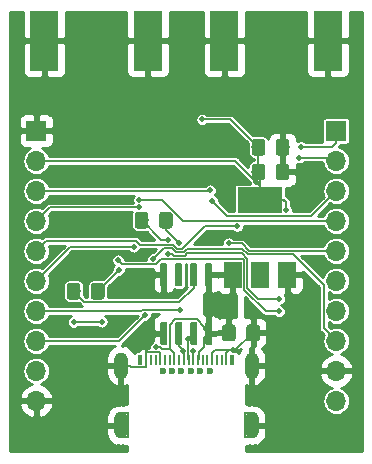
<source format=gbl>
G04 #@! TF.GenerationSoftware,KiCad,Pcbnew,(5.1.4-0-10_14)*
G04 #@! TF.CreationDate,2020-02-10T15:43:12-05:00*
G04 #@! TF.ProjectId,neo8_adapter,6e656f38-5f61-4646-9170-7465722e6b69,rev?*
G04 #@! TF.SameCoordinates,Original*
G04 #@! TF.FileFunction,Copper,L2,Bot*
G04 #@! TF.FilePolarity,Positive*
%FSLAX46Y46*%
G04 Gerber Fmt 4.6, Leading zero omitted, Abs format (unit mm)*
G04 Created by KiCad (PCBNEW (5.1.4-0-10_14)) date 2020-02-10 15:43:12*
%MOMM*%
%LPD*%
G04 APERTURE LIST*
%ADD10R,3.800000X2.200000*%
%ADD11R,1.500000X2.200000*%
%ADD12C,0.100000*%
%ADD13C,0.600000*%
%ADD14C,1.150000*%
%ADD15R,2.413000X5.080000*%
%ADD16O,1.700000X1.700000*%
%ADD17R,1.700000X1.700000*%
%ADD18R,0.650000X0.260000*%
%ADD19R,0.250000X2.300000*%
%ADD20O,1.200000X2.300000*%
%ADD21R,0.460000X0.850000*%
%ADD22R,0.230000X0.850000*%
%ADD23C,0.508000*%
%ADD24C,0.152400*%
%ADD25C,0.127000*%
%ADD26C,0.254000*%
G04 APERTURE END LIST*
D10*
X166268400Y-99872400D03*
D11*
X168568400Y-106172400D03*
X166268400Y-106172400D03*
X163968400Y-106172400D03*
D12*
G36*
X162089703Y-105200722D02*
G01*
X162104264Y-105202882D01*
X162118543Y-105206459D01*
X162132403Y-105211418D01*
X162145710Y-105217712D01*
X162158336Y-105225280D01*
X162170159Y-105234048D01*
X162181066Y-105243934D01*
X162190952Y-105254841D01*
X162199720Y-105266664D01*
X162207288Y-105279290D01*
X162213582Y-105292597D01*
X162218541Y-105306457D01*
X162222118Y-105320736D01*
X162224278Y-105335297D01*
X162225000Y-105350000D01*
X162225000Y-107000000D01*
X162224278Y-107014703D01*
X162222118Y-107029264D01*
X162218541Y-107043543D01*
X162213582Y-107057403D01*
X162207288Y-107070710D01*
X162199720Y-107083336D01*
X162190952Y-107095159D01*
X162181066Y-107106066D01*
X162170159Y-107115952D01*
X162158336Y-107124720D01*
X162145710Y-107132288D01*
X162132403Y-107138582D01*
X162118543Y-107143541D01*
X162104264Y-107147118D01*
X162089703Y-107149278D01*
X162075000Y-107150000D01*
X161775000Y-107150000D01*
X161760297Y-107149278D01*
X161745736Y-107147118D01*
X161731457Y-107143541D01*
X161717597Y-107138582D01*
X161704290Y-107132288D01*
X161691664Y-107124720D01*
X161679841Y-107115952D01*
X161668934Y-107106066D01*
X161659048Y-107095159D01*
X161650280Y-107083336D01*
X161642712Y-107070710D01*
X161636418Y-107057403D01*
X161631459Y-107043543D01*
X161627882Y-107029264D01*
X161625722Y-107014703D01*
X161625000Y-107000000D01*
X161625000Y-105350000D01*
X161625722Y-105335297D01*
X161627882Y-105320736D01*
X161631459Y-105306457D01*
X161636418Y-105292597D01*
X161642712Y-105279290D01*
X161650280Y-105266664D01*
X161659048Y-105254841D01*
X161668934Y-105243934D01*
X161679841Y-105234048D01*
X161691664Y-105225280D01*
X161704290Y-105217712D01*
X161717597Y-105211418D01*
X161731457Y-105206459D01*
X161745736Y-105202882D01*
X161760297Y-105200722D01*
X161775000Y-105200000D01*
X162075000Y-105200000D01*
X162089703Y-105200722D01*
X162089703Y-105200722D01*
G37*
D13*
X161925000Y-106175000D03*
D12*
G36*
X160819703Y-105200722D02*
G01*
X160834264Y-105202882D01*
X160848543Y-105206459D01*
X160862403Y-105211418D01*
X160875710Y-105217712D01*
X160888336Y-105225280D01*
X160900159Y-105234048D01*
X160911066Y-105243934D01*
X160920952Y-105254841D01*
X160929720Y-105266664D01*
X160937288Y-105279290D01*
X160943582Y-105292597D01*
X160948541Y-105306457D01*
X160952118Y-105320736D01*
X160954278Y-105335297D01*
X160955000Y-105350000D01*
X160955000Y-107000000D01*
X160954278Y-107014703D01*
X160952118Y-107029264D01*
X160948541Y-107043543D01*
X160943582Y-107057403D01*
X160937288Y-107070710D01*
X160929720Y-107083336D01*
X160920952Y-107095159D01*
X160911066Y-107106066D01*
X160900159Y-107115952D01*
X160888336Y-107124720D01*
X160875710Y-107132288D01*
X160862403Y-107138582D01*
X160848543Y-107143541D01*
X160834264Y-107147118D01*
X160819703Y-107149278D01*
X160805000Y-107150000D01*
X160505000Y-107150000D01*
X160490297Y-107149278D01*
X160475736Y-107147118D01*
X160461457Y-107143541D01*
X160447597Y-107138582D01*
X160434290Y-107132288D01*
X160421664Y-107124720D01*
X160409841Y-107115952D01*
X160398934Y-107106066D01*
X160389048Y-107095159D01*
X160380280Y-107083336D01*
X160372712Y-107070710D01*
X160366418Y-107057403D01*
X160361459Y-107043543D01*
X160357882Y-107029264D01*
X160355722Y-107014703D01*
X160355000Y-107000000D01*
X160355000Y-105350000D01*
X160355722Y-105335297D01*
X160357882Y-105320736D01*
X160361459Y-105306457D01*
X160366418Y-105292597D01*
X160372712Y-105279290D01*
X160380280Y-105266664D01*
X160389048Y-105254841D01*
X160398934Y-105243934D01*
X160409841Y-105234048D01*
X160421664Y-105225280D01*
X160434290Y-105217712D01*
X160447597Y-105211418D01*
X160461457Y-105206459D01*
X160475736Y-105202882D01*
X160490297Y-105200722D01*
X160505000Y-105200000D01*
X160805000Y-105200000D01*
X160819703Y-105200722D01*
X160819703Y-105200722D01*
G37*
D13*
X160655000Y-106175000D03*
D12*
G36*
X159549703Y-105200722D02*
G01*
X159564264Y-105202882D01*
X159578543Y-105206459D01*
X159592403Y-105211418D01*
X159605710Y-105217712D01*
X159618336Y-105225280D01*
X159630159Y-105234048D01*
X159641066Y-105243934D01*
X159650952Y-105254841D01*
X159659720Y-105266664D01*
X159667288Y-105279290D01*
X159673582Y-105292597D01*
X159678541Y-105306457D01*
X159682118Y-105320736D01*
X159684278Y-105335297D01*
X159685000Y-105350000D01*
X159685000Y-107000000D01*
X159684278Y-107014703D01*
X159682118Y-107029264D01*
X159678541Y-107043543D01*
X159673582Y-107057403D01*
X159667288Y-107070710D01*
X159659720Y-107083336D01*
X159650952Y-107095159D01*
X159641066Y-107106066D01*
X159630159Y-107115952D01*
X159618336Y-107124720D01*
X159605710Y-107132288D01*
X159592403Y-107138582D01*
X159578543Y-107143541D01*
X159564264Y-107147118D01*
X159549703Y-107149278D01*
X159535000Y-107150000D01*
X159235000Y-107150000D01*
X159220297Y-107149278D01*
X159205736Y-107147118D01*
X159191457Y-107143541D01*
X159177597Y-107138582D01*
X159164290Y-107132288D01*
X159151664Y-107124720D01*
X159139841Y-107115952D01*
X159128934Y-107106066D01*
X159119048Y-107095159D01*
X159110280Y-107083336D01*
X159102712Y-107070710D01*
X159096418Y-107057403D01*
X159091459Y-107043543D01*
X159087882Y-107029264D01*
X159085722Y-107014703D01*
X159085000Y-107000000D01*
X159085000Y-105350000D01*
X159085722Y-105335297D01*
X159087882Y-105320736D01*
X159091459Y-105306457D01*
X159096418Y-105292597D01*
X159102712Y-105279290D01*
X159110280Y-105266664D01*
X159119048Y-105254841D01*
X159128934Y-105243934D01*
X159139841Y-105234048D01*
X159151664Y-105225280D01*
X159164290Y-105217712D01*
X159177597Y-105211418D01*
X159191457Y-105206459D01*
X159205736Y-105202882D01*
X159220297Y-105200722D01*
X159235000Y-105200000D01*
X159535000Y-105200000D01*
X159549703Y-105200722D01*
X159549703Y-105200722D01*
G37*
D13*
X159385000Y-106175000D03*
D12*
G36*
X158279703Y-105200722D02*
G01*
X158294264Y-105202882D01*
X158308543Y-105206459D01*
X158322403Y-105211418D01*
X158335710Y-105217712D01*
X158348336Y-105225280D01*
X158360159Y-105234048D01*
X158371066Y-105243934D01*
X158380952Y-105254841D01*
X158389720Y-105266664D01*
X158397288Y-105279290D01*
X158403582Y-105292597D01*
X158408541Y-105306457D01*
X158412118Y-105320736D01*
X158414278Y-105335297D01*
X158415000Y-105350000D01*
X158415000Y-107000000D01*
X158414278Y-107014703D01*
X158412118Y-107029264D01*
X158408541Y-107043543D01*
X158403582Y-107057403D01*
X158397288Y-107070710D01*
X158389720Y-107083336D01*
X158380952Y-107095159D01*
X158371066Y-107106066D01*
X158360159Y-107115952D01*
X158348336Y-107124720D01*
X158335710Y-107132288D01*
X158322403Y-107138582D01*
X158308543Y-107143541D01*
X158294264Y-107147118D01*
X158279703Y-107149278D01*
X158265000Y-107150000D01*
X157965000Y-107150000D01*
X157950297Y-107149278D01*
X157935736Y-107147118D01*
X157921457Y-107143541D01*
X157907597Y-107138582D01*
X157894290Y-107132288D01*
X157881664Y-107124720D01*
X157869841Y-107115952D01*
X157858934Y-107106066D01*
X157849048Y-107095159D01*
X157840280Y-107083336D01*
X157832712Y-107070710D01*
X157826418Y-107057403D01*
X157821459Y-107043543D01*
X157817882Y-107029264D01*
X157815722Y-107014703D01*
X157815000Y-107000000D01*
X157815000Y-105350000D01*
X157815722Y-105335297D01*
X157817882Y-105320736D01*
X157821459Y-105306457D01*
X157826418Y-105292597D01*
X157832712Y-105279290D01*
X157840280Y-105266664D01*
X157849048Y-105254841D01*
X157858934Y-105243934D01*
X157869841Y-105234048D01*
X157881664Y-105225280D01*
X157894290Y-105217712D01*
X157907597Y-105211418D01*
X157921457Y-105206459D01*
X157935736Y-105202882D01*
X157950297Y-105200722D01*
X157965000Y-105200000D01*
X158265000Y-105200000D01*
X158279703Y-105200722D01*
X158279703Y-105200722D01*
G37*
D13*
X158115000Y-106175000D03*
D12*
G36*
X158279703Y-110150722D02*
G01*
X158294264Y-110152882D01*
X158308543Y-110156459D01*
X158322403Y-110161418D01*
X158335710Y-110167712D01*
X158348336Y-110175280D01*
X158360159Y-110184048D01*
X158371066Y-110193934D01*
X158380952Y-110204841D01*
X158389720Y-110216664D01*
X158397288Y-110229290D01*
X158403582Y-110242597D01*
X158408541Y-110256457D01*
X158412118Y-110270736D01*
X158414278Y-110285297D01*
X158415000Y-110300000D01*
X158415000Y-111950000D01*
X158414278Y-111964703D01*
X158412118Y-111979264D01*
X158408541Y-111993543D01*
X158403582Y-112007403D01*
X158397288Y-112020710D01*
X158389720Y-112033336D01*
X158380952Y-112045159D01*
X158371066Y-112056066D01*
X158360159Y-112065952D01*
X158348336Y-112074720D01*
X158335710Y-112082288D01*
X158322403Y-112088582D01*
X158308543Y-112093541D01*
X158294264Y-112097118D01*
X158279703Y-112099278D01*
X158265000Y-112100000D01*
X157965000Y-112100000D01*
X157950297Y-112099278D01*
X157935736Y-112097118D01*
X157921457Y-112093541D01*
X157907597Y-112088582D01*
X157894290Y-112082288D01*
X157881664Y-112074720D01*
X157869841Y-112065952D01*
X157858934Y-112056066D01*
X157849048Y-112045159D01*
X157840280Y-112033336D01*
X157832712Y-112020710D01*
X157826418Y-112007403D01*
X157821459Y-111993543D01*
X157817882Y-111979264D01*
X157815722Y-111964703D01*
X157815000Y-111950000D01*
X157815000Y-110300000D01*
X157815722Y-110285297D01*
X157817882Y-110270736D01*
X157821459Y-110256457D01*
X157826418Y-110242597D01*
X157832712Y-110229290D01*
X157840280Y-110216664D01*
X157849048Y-110204841D01*
X157858934Y-110193934D01*
X157869841Y-110184048D01*
X157881664Y-110175280D01*
X157894290Y-110167712D01*
X157907597Y-110161418D01*
X157921457Y-110156459D01*
X157935736Y-110152882D01*
X157950297Y-110150722D01*
X157965000Y-110150000D01*
X158265000Y-110150000D01*
X158279703Y-110150722D01*
X158279703Y-110150722D01*
G37*
D13*
X158115000Y-111125000D03*
D12*
G36*
X159549703Y-110150722D02*
G01*
X159564264Y-110152882D01*
X159578543Y-110156459D01*
X159592403Y-110161418D01*
X159605710Y-110167712D01*
X159618336Y-110175280D01*
X159630159Y-110184048D01*
X159641066Y-110193934D01*
X159650952Y-110204841D01*
X159659720Y-110216664D01*
X159667288Y-110229290D01*
X159673582Y-110242597D01*
X159678541Y-110256457D01*
X159682118Y-110270736D01*
X159684278Y-110285297D01*
X159685000Y-110300000D01*
X159685000Y-111950000D01*
X159684278Y-111964703D01*
X159682118Y-111979264D01*
X159678541Y-111993543D01*
X159673582Y-112007403D01*
X159667288Y-112020710D01*
X159659720Y-112033336D01*
X159650952Y-112045159D01*
X159641066Y-112056066D01*
X159630159Y-112065952D01*
X159618336Y-112074720D01*
X159605710Y-112082288D01*
X159592403Y-112088582D01*
X159578543Y-112093541D01*
X159564264Y-112097118D01*
X159549703Y-112099278D01*
X159535000Y-112100000D01*
X159235000Y-112100000D01*
X159220297Y-112099278D01*
X159205736Y-112097118D01*
X159191457Y-112093541D01*
X159177597Y-112088582D01*
X159164290Y-112082288D01*
X159151664Y-112074720D01*
X159139841Y-112065952D01*
X159128934Y-112056066D01*
X159119048Y-112045159D01*
X159110280Y-112033336D01*
X159102712Y-112020710D01*
X159096418Y-112007403D01*
X159091459Y-111993543D01*
X159087882Y-111979264D01*
X159085722Y-111964703D01*
X159085000Y-111950000D01*
X159085000Y-110300000D01*
X159085722Y-110285297D01*
X159087882Y-110270736D01*
X159091459Y-110256457D01*
X159096418Y-110242597D01*
X159102712Y-110229290D01*
X159110280Y-110216664D01*
X159119048Y-110204841D01*
X159128934Y-110193934D01*
X159139841Y-110184048D01*
X159151664Y-110175280D01*
X159164290Y-110167712D01*
X159177597Y-110161418D01*
X159191457Y-110156459D01*
X159205736Y-110152882D01*
X159220297Y-110150722D01*
X159235000Y-110150000D01*
X159535000Y-110150000D01*
X159549703Y-110150722D01*
X159549703Y-110150722D01*
G37*
D13*
X159385000Y-111125000D03*
D12*
G36*
X160819703Y-110150722D02*
G01*
X160834264Y-110152882D01*
X160848543Y-110156459D01*
X160862403Y-110161418D01*
X160875710Y-110167712D01*
X160888336Y-110175280D01*
X160900159Y-110184048D01*
X160911066Y-110193934D01*
X160920952Y-110204841D01*
X160929720Y-110216664D01*
X160937288Y-110229290D01*
X160943582Y-110242597D01*
X160948541Y-110256457D01*
X160952118Y-110270736D01*
X160954278Y-110285297D01*
X160955000Y-110300000D01*
X160955000Y-111950000D01*
X160954278Y-111964703D01*
X160952118Y-111979264D01*
X160948541Y-111993543D01*
X160943582Y-112007403D01*
X160937288Y-112020710D01*
X160929720Y-112033336D01*
X160920952Y-112045159D01*
X160911066Y-112056066D01*
X160900159Y-112065952D01*
X160888336Y-112074720D01*
X160875710Y-112082288D01*
X160862403Y-112088582D01*
X160848543Y-112093541D01*
X160834264Y-112097118D01*
X160819703Y-112099278D01*
X160805000Y-112100000D01*
X160505000Y-112100000D01*
X160490297Y-112099278D01*
X160475736Y-112097118D01*
X160461457Y-112093541D01*
X160447597Y-112088582D01*
X160434290Y-112082288D01*
X160421664Y-112074720D01*
X160409841Y-112065952D01*
X160398934Y-112056066D01*
X160389048Y-112045159D01*
X160380280Y-112033336D01*
X160372712Y-112020710D01*
X160366418Y-112007403D01*
X160361459Y-111993543D01*
X160357882Y-111979264D01*
X160355722Y-111964703D01*
X160355000Y-111950000D01*
X160355000Y-110300000D01*
X160355722Y-110285297D01*
X160357882Y-110270736D01*
X160361459Y-110256457D01*
X160366418Y-110242597D01*
X160372712Y-110229290D01*
X160380280Y-110216664D01*
X160389048Y-110204841D01*
X160398934Y-110193934D01*
X160409841Y-110184048D01*
X160421664Y-110175280D01*
X160434290Y-110167712D01*
X160447597Y-110161418D01*
X160461457Y-110156459D01*
X160475736Y-110152882D01*
X160490297Y-110150722D01*
X160505000Y-110150000D01*
X160805000Y-110150000D01*
X160819703Y-110150722D01*
X160819703Y-110150722D01*
G37*
D13*
X160655000Y-111125000D03*
D12*
G36*
X162089703Y-110150722D02*
G01*
X162104264Y-110152882D01*
X162118543Y-110156459D01*
X162132403Y-110161418D01*
X162145710Y-110167712D01*
X162158336Y-110175280D01*
X162170159Y-110184048D01*
X162181066Y-110193934D01*
X162190952Y-110204841D01*
X162199720Y-110216664D01*
X162207288Y-110229290D01*
X162213582Y-110242597D01*
X162218541Y-110256457D01*
X162222118Y-110270736D01*
X162224278Y-110285297D01*
X162225000Y-110300000D01*
X162225000Y-111950000D01*
X162224278Y-111964703D01*
X162222118Y-111979264D01*
X162218541Y-111993543D01*
X162213582Y-112007403D01*
X162207288Y-112020710D01*
X162199720Y-112033336D01*
X162190952Y-112045159D01*
X162181066Y-112056066D01*
X162170159Y-112065952D01*
X162158336Y-112074720D01*
X162145710Y-112082288D01*
X162132403Y-112088582D01*
X162118543Y-112093541D01*
X162104264Y-112097118D01*
X162089703Y-112099278D01*
X162075000Y-112100000D01*
X161775000Y-112100000D01*
X161760297Y-112099278D01*
X161745736Y-112097118D01*
X161731457Y-112093541D01*
X161717597Y-112088582D01*
X161704290Y-112082288D01*
X161691664Y-112074720D01*
X161679841Y-112065952D01*
X161668934Y-112056066D01*
X161659048Y-112045159D01*
X161650280Y-112033336D01*
X161642712Y-112020710D01*
X161636418Y-112007403D01*
X161631459Y-111993543D01*
X161627882Y-111979264D01*
X161625722Y-111964703D01*
X161625000Y-111950000D01*
X161625000Y-110300000D01*
X161625722Y-110285297D01*
X161627882Y-110270736D01*
X161631459Y-110256457D01*
X161636418Y-110242597D01*
X161642712Y-110229290D01*
X161650280Y-110216664D01*
X161659048Y-110204841D01*
X161668934Y-110193934D01*
X161679841Y-110184048D01*
X161691664Y-110175280D01*
X161704290Y-110167712D01*
X161717597Y-110161418D01*
X161731457Y-110156459D01*
X161745736Y-110152882D01*
X161760297Y-110150722D01*
X161775000Y-110150000D01*
X162075000Y-110150000D01*
X162089703Y-110150722D01*
X162089703Y-110150722D01*
G37*
D13*
X161925000Y-111125000D03*
D12*
G36*
X166472905Y-94678204D02*
G01*
X166497173Y-94681804D01*
X166520972Y-94687765D01*
X166544071Y-94696030D01*
X166566250Y-94706520D01*
X166587293Y-94719132D01*
X166606999Y-94733747D01*
X166625177Y-94750223D01*
X166641653Y-94768401D01*
X166656268Y-94788107D01*
X166668880Y-94809150D01*
X166679370Y-94831329D01*
X166687635Y-94854428D01*
X166693596Y-94878227D01*
X166697196Y-94902495D01*
X166698400Y-94926999D01*
X166698400Y-95827001D01*
X166697196Y-95851505D01*
X166693596Y-95875773D01*
X166687635Y-95899572D01*
X166679370Y-95922671D01*
X166668880Y-95944850D01*
X166656268Y-95965893D01*
X166641653Y-95985599D01*
X166625177Y-96003777D01*
X166606999Y-96020253D01*
X166587293Y-96034868D01*
X166566250Y-96047480D01*
X166544071Y-96057970D01*
X166520972Y-96066235D01*
X166497173Y-96072196D01*
X166472905Y-96075796D01*
X166448401Y-96077000D01*
X165798399Y-96077000D01*
X165773895Y-96075796D01*
X165749627Y-96072196D01*
X165725828Y-96066235D01*
X165702729Y-96057970D01*
X165680550Y-96047480D01*
X165659507Y-96034868D01*
X165639801Y-96020253D01*
X165621623Y-96003777D01*
X165605147Y-95985599D01*
X165590532Y-95965893D01*
X165577920Y-95944850D01*
X165567430Y-95922671D01*
X165559165Y-95899572D01*
X165553204Y-95875773D01*
X165549604Y-95851505D01*
X165548400Y-95827001D01*
X165548400Y-94926999D01*
X165549604Y-94902495D01*
X165553204Y-94878227D01*
X165559165Y-94854428D01*
X165567430Y-94831329D01*
X165577920Y-94809150D01*
X165590532Y-94788107D01*
X165605147Y-94768401D01*
X165621623Y-94750223D01*
X165639801Y-94733747D01*
X165659507Y-94719132D01*
X165680550Y-94706520D01*
X165702729Y-94696030D01*
X165725828Y-94687765D01*
X165749627Y-94681804D01*
X165773895Y-94678204D01*
X165798399Y-94677000D01*
X166448401Y-94677000D01*
X166472905Y-94678204D01*
X166472905Y-94678204D01*
G37*
D14*
X166123400Y-95377000D03*
D12*
G36*
X168522905Y-94678204D02*
G01*
X168547173Y-94681804D01*
X168570972Y-94687765D01*
X168594071Y-94696030D01*
X168616250Y-94706520D01*
X168637293Y-94719132D01*
X168656999Y-94733747D01*
X168675177Y-94750223D01*
X168691653Y-94768401D01*
X168706268Y-94788107D01*
X168718880Y-94809150D01*
X168729370Y-94831329D01*
X168737635Y-94854428D01*
X168743596Y-94878227D01*
X168747196Y-94902495D01*
X168748400Y-94926999D01*
X168748400Y-95827001D01*
X168747196Y-95851505D01*
X168743596Y-95875773D01*
X168737635Y-95899572D01*
X168729370Y-95922671D01*
X168718880Y-95944850D01*
X168706268Y-95965893D01*
X168691653Y-95985599D01*
X168675177Y-96003777D01*
X168656999Y-96020253D01*
X168637293Y-96034868D01*
X168616250Y-96047480D01*
X168594071Y-96057970D01*
X168570972Y-96066235D01*
X168547173Y-96072196D01*
X168522905Y-96075796D01*
X168498401Y-96077000D01*
X167848399Y-96077000D01*
X167823895Y-96075796D01*
X167799627Y-96072196D01*
X167775828Y-96066235D01*
X167752729Y-96057970D01*
X167730550Y-96047480D01*
X167709507Y-96034868D01*
X167689801Y-96020253D01*
X167671623Y-96003777D01*
X167655147Y-95985599D01*
X167640532Y-95965893D01*
X167627920Y-95944850D01*
X167617430Y-95922671D01*
X167609165Y-95899572D01*
X167603204Y-95875773D01*
X167599604Y-95851505D01*
X167598400Y-95827001D01*
X167598400Y-94926999D01*
X167599604Y-94902495D01*
X167603204Y-94878227D01*
X167609165Y-94854428D01*
X167617430Y-94831329D01*
X167627920Y-94809150D01*
X167640532Y-94788107D01*
X167655147Y-94768401D01*
X167671623Y-94750223D01*
X167689801Y-94733747D01*
X167709507Y-94719132D01*
X167730550Y-94706520D01*
X167752729Y-94696030D01*
X167775828Y-94687765D01*
X167799627Y-94681804D01*
X167823895Y-94678204D01*
X167848399Y-94677000D01*
X168498401Y-94677000D01*
X168522905Y-94678204D01*
X168522905Y-94678204D01*
G37*
D14*
X168173400Y-95377000D03*
D12*
G36*
X158642305Y-100850404D02*
G01*
X158666573Y-100854004D01*
X158690372Y-100859965D01*
X158713471Y-100868230D01*
X158735650Y-100878720D01*
X158756693Y-100891332D01*
X158776399Y-100905947D01*
X158794577Y-100922423D01*
X158811053Y-100940601D01*
X158825668Y-100960307D01*
X158838280Y-100981350D01*
X158848770Y-101003529D01*
X158857035Y-101026628D01*
X158862996Y-101050427D01*
X158866596Y-101074695D01*
X158867800Y-101099199D01*
X158867800Y-101999201D01*
X158866596Y-102023705D01*
X158862996Y-102047973D01*
X158857035Y-102071772D01*
X158848770Y-102094871D01*
X158838280Y-102117050D01*
X158825668Y-102138093D01*
X158811053Y-102157799D01*
X158794577Y-102175977D01*
X158776399Y-102192453D01*
X158756693Y-102207068D01*
X158735650Y-102219680D01*
X158713471Y-102230170D01*
X158690372Y-102238435D01*
X158666573Y-102244396D01*
X158642305Y-102247996D01*
X158617801Y-102249200D01*
X157967799Y-102249200D01*
X157943295Y-102247996D01*
X157919027Y-102244396D01*
X157895228Y-102238435D01*
X157872129Y-102230170D01*
X157849950Y-102219680D01*
X157828907Y-102207068D01*
X157809201Y-102192453D01*
X157791023Y-102175977D01*
X157774547Y-102157799D01*
X157759932Y-102138093D01*
X157747320Y-102117050D01*
X157736830Y-102094871D01*
X157728565Y-102071772D01*
X157722604Y-102047973D01*
X157719004Y-102023705D01*
X157717800Y-101999201D01*
X157717800Y-101099199D01*
X157719004Y-101074695D01*
X157722604Y-101050427D01*
X157728565Y-101026628D01*
X157736830Y-101003529D01*
X157747320Y-100981350D01*
X157759932Y-100960307D01*
X157774547Y-100940601D01*
X157791023Y-100922423D01*
X157809201Y-100905947D01*
X157828907Y-100891332D01*
X157849950Y-100878720D01*
X157872129Y-100868230D01*
X157895228Y-100859965D01*
X157919027Y-100854004D01*
X157943295Y-100850404D01*
X157967799Y-100849200D01*
X158617801Y-100849200D01*
X158642305Y-100850404D01*
X158642305Y-100850404D01*
G37*
D14*
X158292800Y-101549200D03*
D12*
G36*
X156592305Y-100850404D02*
G01*
X156616573Y-100854004D01*
X156640372Y-100859965D01*
X156663471Y-100868230D01*
X156685650Y-100878720D01*
X156706693Y-100891332D01*
X156726399Y-100905947D01*
X156744577Y-100922423D01*
X156761053Y-100940601D01*
X156775668Y-100960307D01*
X156788280Y-100981350D01*
X156798770Y-101003529D01*
X156807035Y-101026628D01*
X156812996Y-101050427D01*
X156816596Y-101074695D01*
X156817800Y-101099199D01*
X156817800Y-101999201D01*
X156816596Y-102023705D01*
X156812996Y-102047973D01*
X156807035Y-102071772D01*
X156798770Y-102094871D01*
X156788280Y-102117050D01*
X156775668Y-102138093D01*
X156761053Y-102157799D01*
X156744577Y-102175977D01*
X156726399Y-102192453D01*
X156706693Y-102207068D01*
X156685650Y-102219680D01*
X156663471Y-102230170D01*
X156640372Y-102238435D01*
X156616573Y-102244396D01*
X156592305Y-102247996D01*
X156567801Y-102249200D01*
X155917799Y-102249200D01*
X155893295Y-102247996D01*
X155869027Y-102244396D01*
X155845228Y-102238435D01*
X155822129Y-102230170D01*
X155799950Y-102219680D01*
X155778907Y-102207068D01*
X155759201Y-102192453D01*
X155741023Y-102175977D01*
X155724547Y-102157799D01*
X155709932Y-102138093D01*
X155697320Y-102117050D01*
X155686830Y-102094871D01*
X155678565Y-102071772D01*
X155672604Y-102047973D01*
X155669004Y-102023705D01*
X155667800Y-101999201D01*
X155667800Y-101099199D01*
X155669004Y-101074695D01*
X155672604Y-101050427D01*
X155678565Y-101026628D01*
X155686830Y-101003529D01*
X155697320Y-100981350D01*
X155709932Y-100960307D01*
X155724547Y-100940601D01*
X155741023Y-100922423D01*
X155759201Y-100905947D01*
X155778907Y-100891332D01*
X155799950Y-100878720D01*
X155822129Y-100868230D01*
X155845228Y-100859965D01*
X155869027Y-100854004D01*
X155893295Y-100850404D01*
X155917799Y-100849200D01*
X156567801Y-100849200D01*
X156592305Y-100850404D01*
X156592305Y-100850404D01*
G37*
D14*
X156242800Y-101549200D03*
D12*
G36*
X150826505Y-106870204D02*
G01*
X150850773Y-106873804D01*
X150874572Y-106879765D01*
X150897671Y-106888030D01*
X150919850Y-106898520D01*
X150940893Y-106911132D01*
X150960599Y-106925747D01*
X150978777Y-106942223D01*
X150995253Y-106960401D01*
X151009868Y-106980107D01*
X151022480Y-107001150D01*
X151032970Y-107023329D01*
X151041235Y-107046428D01*
X151047196Y-107070227D01*
X151050796Y-107094495D01*
X151052000Y-107118999D01*
X151052000Y-108019001D01*
X151050796Y-108043505D01*
X151047196Y-108067773D01*
X151041235Y-108091572D01*
X151032970Y-108114671D01*
X151022480Y-108136850D01*
X151009868Y-108157893D01*
X150995253Y-108177599D01*
X150978777Y-108195777D01*
X150960599Y-108212253D01*
X150940893Y-108226868D01*
X150919850Y-108239480D01*
X150897671Y-108249970D01*
X150874572Y-108258235D01*
X150850773Y-108264196D01*
X150826505Y-108267796D01*
X150802001Y-108269000D01*
X150151999Y-108269000D01*
X150127495Y-108267796D01*
X150103227Y-108264196D01*
X150079428Y-108258235D01*
X150056329Y-108249970D01*
X150034150Y-108239480D01*
X150013107Y-108226868D01*
X149993401Y-108212253D01*
X149975223Y-108195777D01*
X149958747Y-108177599D01*
X149944132Y-108157893D01*
X149931520Y-108136850D01*
X149921030Y-108114671D01*
X149912765Y-108091572D01*
X149906804Y-108067773D01*
X149903204Y-108043505D01*
X149902000Y-108019001D01*
X149902000Y-107118999D01*
X149903204Y-107094495D01*
X149906804Y-107070227D01*
X149912765Y-107046428D01*
X149921030Y-107023329D01*
X149931520Y-107001150D01*
X149944132Y-106980107D01*
X149958747Y-106960401D01*
X149975223Y-106942223D01*
X149993401Y-106925747D01*
X150013107Y-106911132D01*
X150034150Y-106898520D01*
X150056329Y-106888030D01*
X150079428Y-106879765D01*
X150103227Y-106873804D01*
X150127495Y-106870204D01*
X150151999Y-106869000D01*
X150802001Y-106869000D01*
X150826505Y-106870204D01*
X150826505Y-106870204D01*
G37*
D14*
X150477000Y-107569000D03*
D12*
G36*
X152876505Y-106870204D02*
G01*
X152900773Y-106873804D01*
X152924572Y-106879765D01*
X152947671Y-106888030D01*
X152969850Y-106898520D01*
X152990893Y-106911132D01*
X153010599Y-106925747D01*
X153028777Y-106942223D01*
X153045253Y-106960401D01*
X153059868Y-106980107D01*
X153072480Y-107001150D01*
X153082970Y-107023329D01*
X153091235Y-107046428D01*
X153097196Y-107070227D01*
X153100796Y-107094495D01*
X153102000Y-107118999D01*
X153102000Y-108019001D01*
X153100796Y-108043505D01*
X153097196Y-108067773D01*
X153091235Y-108091572D01*
X153082970Y-108114671D01*
X153072480Y-108136850D01*
X153059868Y-108157893D01*
X153045253Y-108177599D01*
X153028777Y-108195777D01*
X153010599Y-108212253D01*
X152990893Y-108226868D01*
X152969850Y-108239480D01*
X152947671Y-108249970D01*
X152924572Y-108258235D01*
X152900773Y-108264196D01*
X152876505Y-108267796D01*
X152852001Y-108269000D01*
X152201999Y-108269000D01*
X152177495Y-108267796D01*
X152153227Y-108264196D01*
X152129428Y-108258235D01*
X152106329Y-108249970D01*
X152084150Y-108239480D01*
X152063107Y-108226868D01*
X152043401Y-108212253D01*
X152025223Y-108195777D01*
X152008747Y-108177599D01*
X151994132Y-108157893D01*
X151981520Y-108136850D01*
X151971030Y-108114671D01*
X151962765Y-108091572D01*
X151956804Y-108067773D01*
X151953204Y-108043505D01*
X151952000Y-108019001D01*
X151952000Y-107118999D01*
X151953204Y-107094495D01*
X151956804Y-107070227D01*
X151962765Y-107046428D01*
X151971030Y-107023329D01*
X151981520Y-107001150D01*
X151994132Y-106980107D01*
X152008747Y-106960401D01*
X152025223Y-106942223D01*
X152043401Y-106925747D01*
X152063107Y-106911132D01*
X152084150Y-106898520D01*
X152106329Y-106888030D01*
X152129428Y-106879765D01*
X152153227Y-106873804D01*
X152177495Y-106870204D01*
X152201999Y-106869000D01*
X152852001Y-106869000D01*
X152876505Y-106870204D01*
X152876505Y-106870204D01*
G37*
D14*
X152527000Y-107569000D03*
D15*
X163258500Y-86360000D03*
X172021500Y-86360000D03*
X148018500Y-86360000D03*
X156781500Y-86360000D03*
D16*
X172720000Y-116840000D03*
X172720000Y-114300000D03*
X172720000Y-111760000D03*
X172720000Y-109220000D03*
X172720000Y-106680000D03*
X172720000Y-104140000D03*
X172720000Y-101600000D03*
X172720000Y-99060000D03*
X172720000Y-96520000D03*
D17*
X172720000Y-93980000D03*
D18*
X165240000Y-117880000D03*
D19*
X164990000Y-118900000D03*
D20*
X154470000Y-118900000D03*
X165570000Y-118900000D03*
X154470000Y-113850000D03*
X165570000Y-113850000D03*
D21*
X156105000Y-113375000D03*
D22*
X156620000Y-113375000D03*
X157020000Y-113375000D03*
X157420000Y-113375000D03*
X157820000Y-113375000D03*
X158220000Y-113375000D03*
X158620000Y-113375000D03*
X159020000Y-113375000D03*
X159420000Y-113375000D03*
X159820000Y-113375000D03*
X160220000Y-113375000D03*
X160620000Y-113375000D03*
X161020000Y-113375000D03*
X161420000Y-113375000D03*
X161820000Y-113375000D03*
X162220000Y-113375000D03*
X162620000Y-113375000D03*
X163020000Y-113375000D03*
D21*
X163935000Y-113375000D03*
D13*
X158020000Y-114300000D03*
X158820000Y-114300000D03*
X159620000Y-114300000D03*
X160420000Y-114300000D03*
X161220000Y-114300000D03*
X162020000Y-114300000D03*
D22*
X163420000Y-113375000D03*
D18*
X165240000Y-119920000D03*
D19*
X155050000Y-118900000D03*
D18*
X154850000Y-117880000D03*
X154850000Y-119920000D03*
D16*
X147320000Y-116840000D03*
X147320000Y-114300000D03*
X147320000Y-111760000D03*
X147320000Y-109220000D03*
X147320000Y-106680000D03*
X147320000Y-104140000D03*
X147320000Y-101600000D03*
X147320000Y-99060000D03*
X147320000Y-96520000D03*
D17*
X147320000Y-93980000D03*
D12*
G36*
X168522905Y-96761004D02*
G01*
X168547173Y-96764604D01*
X168570972Y-96770565D01*
X168594071Y-96778830D01*
X168616250Y-96789320D01*
X168637293Y-96801932D01*
X168656999Y-96816547D01*
X168675177Y-96833023D01*
X168691653Y-96851201D01*
X168706268Y-96870907D01*
X168718880Y-96891950D01*
X168729370Y-96914129D01*
X168737635Y-96937228D01*
X168743596Y-96961027D01*
X168747196Y-96985295D01*
X168748400Y-97009799D01*
X168748400Y-97909801D01*
X168747196Y-97934305D01*
X168743596Y-97958573D01*
X168737635Y-97982372D01*
X168729370Y-98005471D01*
X168718880Y-98027650D01*
X168706268Y-98048693D01*
X168691653Y-98068399D01*
X168675177Y-98086577D01*
X168656999Y-98103053D01*
X168637293Y-98117668D01*
X168616250Y-98130280D01*
X168594071Y-98140770D01*
X168570972Y-98149035D01*
X168547173Y-98154996D01*
X168522905Y-98158596D01*
X168498401Y-98159800D01*
X167848399Y-98159800D01*
X167823895Y-98158596D01*
X167799627Y-98154996D01*
X167775828Y-98149035D01*
X167752729Y-98140770D01*
X167730550Y-98130280D01*
X167709507Y-98117668D01*
X167689801Y-98103053D01*
X167671623Y-98086577D01*
X167655147Y-98068399D01*
X167640532Y-98048693D01*
X167627920Y-98027650D01*
X167617430Y-98005471D01*
X167609165Y-97982372D01*
X167603204Y-97958573D01*
X167599604Y-97934305D01*
X167598400Y-97909801D01*
X167598400Y-97009799D01*
X167599604Y-96985295D01*
X167603204Y-96961027D01*
X167609165Y-96937228D01*
X167617430Y-96914129D01*
X167627920Y-96891950D01*
X167640532Y-96870907D01*
X167655147Y-96851201D01*
X167671623Y-96833023D01*
X167689801Y-96816547D01*
X167709507Y-96801932D01*
X167730550Y-96789320D01*
X167752729Y-96778830D01*
X167775828Y-96770565D01*
X167799627Y-96764604D01*
X167823895Y-96761004D01*
X167848399Y-96759800D01*
X168498401Y-96759800D01*
X168522905Y-96761004D01*
X168522905Y-96761004D01*
G37*
D14*
X168173400Y-97459800D03*
D12*
G36*
X166472905Y-96761004D02*
G01*
X166497173Y-96764604D01*
X166520972Y-96770565D01*
X166544071Y-96778830D01*
X166566250Y-96789320D01*
X166587293Y-96801932D01*
X166606999Y-96816547D01*
X166625177Y-96833023D01*
X166641653Y-96851201D01*
X166656268Y-96870907D01*
X166668880Y-96891950D01*
X166679370Y-96914129D01*
X166687635Y-96937228D01*
X166693596Y-96961027D01*
X166697196Y-96985295D01*
X166698400Y-97009799D01*
X166698400Y-97909801D01*
X166697196Y-97934305D01*
X166693596Y-97958573D01*
X166687635Y-97982372D01*
X166679370Y-98005471D01*
X166668880Y-98027650D01*
X166656268Y-98048693D01*
X166641653Y-98068399D01*
X166625177Y-98086577D01*
X166606999Y-98103053D01*
X166587293Y-98117668D01*
X166566250Y-98130280D01*
X166544071Y-98140770D01*
X166520972Y-98149035D01*
X166497173Y-98154996D01*
X166472905Y-98158596D01*
X166448401Y-98159800D01*
X165798399Y-98159800D01*
X165773895Y-98158596D01*
X165749627Y-98154996D01*
X165725828Y-98149035D01*
X165702729Y-98140770D01*
X165680550Y-98130280D01*
X165659507Y-98117668D01*
X165639801Y-98103053D01*
X165621623Y-98086577D01*
X165605147Y-98068399D01*
X165590532Y-98048693D01*
X165577920Y-98027650D01*
X165567430Y-98005471D01*
X165559165Y-97982372D01*
X165553204Y-97958573D01*
X165549604Y-97934305D01*
X165548400Y-97909801D01*
X165548400Y-97009799D01*
X165549604Y-96985295D01*
X165553204Y-96961027D01*
X165559165Y-96937228D01*
X165567430Y-96914129D01*
X165577920Y-96891950D01*
X165590532Y-96870907D01*
X165605147Y-96851201D01*
X165621623Y-96833023D01*
X165639801Y-96816547D01*
X165659507Y-96801932D01*
X165680550Y-96789320D01*
X165702729Y-96778830D01*
X165725828Y-96770565D01*
X165749627Y-96764604D01*
X165773895Y-96761004D01*
X165798399Y-96759800D01*
X166448401Y-96759800D01*
X166472905Y-96761004D01*
X166472905Y-96761004D01*
G37*
D14*
X166123400Y-97459800D03*
D12*
G36*
X166033705Y-110375404D02*
G01*
X166057973Y-110379004D01*
X166081772Y-110384965D01*
X166104871Y-110393230D01*
X166127050Y-110403720D01*
X166148093Y-110416332D01*
X166167799Y-110430947D01*
X166185977Y-110447423D01*
X166202453Y-110465601D01*
X166217068Y-110485307D01*
X166229680Y-110506350D01*
X166240170Y-110528529D01*
X166248435Y-110551628D01*
X166254396Y-110575427D01*
X166257996Y-110599695D01*
X166259200Y-110624199D01*
X166259200Y-111524201D01*
X166257996Y-111548705D01*
X166254396Y-111572973D01*
X166248435Y-111596772D01*
X166240170Y-111619871D01*
X166229680Y-111642050D01*
X166217068Y-111663093D01*
X166202453Y-111682799D01*
X166185977Y-111700977D01*
X166167799Y-111717453D01*
X166148093Y-111732068D01*
X166127050Y-111744680D01*
X166104871Y-111755170D01*
X166081772Y-111763435D01*
X166057973Y-111769396D01*
X166033705Y-111772996D01*
X166009201Y-111774200D01*
X165359199Y-111774200D01*
X165334695Y-111772996D01*
X165310427Y-111769396D01*
X165286628Y-111763435D01*
X165263529Y-111755170D01*
X165241350Y-111744680D01*
X165220307Y-111732068D01*
X165200601Y-111717453D01*
X165182423Y-111700977D01*
X165165947Y-111682799D01*
X165151332Y-111663093D01*
X165138720Y-111642050D01*
X165128230Y-111619871D01*
X165119965Y-111596772D01*
X165114004Y-111572973D01*
X165110404Y-111548705D01*
X165109200Y-111524201D01*
X165109200Y-110624199D01*
X165110404Y-110599695D01*
X165114004Y-110575427D01*
X165119965Y-110551628D01*
X165128230Y-110528529D01*
X165138720Y-110506350D01*
X165151332Y-110485307D01*
X165165947Y-110465601D01*
X165182423Y-110447423D01*
X165200601Y-110430947D01*
X165220307Y-110416332D01*
X165241350Y-110403720D01*
X165263529Y-110393230D01*
X165286628Y-110384965D01*
X165310427Y-110379004D01*
X165334695Y-110375404D01*
X165359199Y-110374200D01*
X166009201Y-110374200D01*
X166033705Y-110375404D01*
X166033705Y-110375404D01*
G37*
D14*
X165684200Y-111074200D03*
D12*
G36*
X163983705Y-110375404D02*
G01*
X164007973Y-110379004D01*
X164031772Y-110384965D01*
X164054871Y-110393230D01*
X164077050Y-110403720D01*
X164098093Y-110416332D01*
X164117799Y-110430947D01*
X164135977Y-110447423D01*
X164152453Y-110465601D01*
X164167068Y-110485307D01*
X164179680Y-110506350D01*
X164190170Y-110528529D01*
X164198435Y-110551628D01*
X164204396Y-110575427D01*
X164207996Y-110599695D01*
X164209200Y-110624199D01*
X164209200Y-111524201D01*
X164207996Y-111548705D01*
X164204396Y-111572973D01*
X164198435Y-111596772D01*
X164190170Y-111619871D01*
X164179680Y-111642050D01*
X164167068Y-111663093D01*
X164152453Y-111682799D01*
X164135977Y-111700977D01*
X164117799Y-111717453D01*
X164098093Y-111732068D01*
X164077050Y-111744680D01*
X164054871Y-111755170D01*
X164031772Y-111763435D01*
X164007973Y-111769396D01*
X163983705Y-111772996D01*
X163959201Y-111774200D01*
X163309199Y-111774200D01*
X163284695Y-111772996D01*
X163260427Y-111769396D01*
X163236628Y-111763435D01*
X163213529Y-111755170D01*
X163191350Y-111744680D01*
X163170307Y-111732068D01*
X163150601Y-111717453D01*
X163132423Y-111700977D01*
X163115947Y-111682799D01*
X163101332Y-111663093D01*
X163088720Y-111642050D01*
X163078230Y-111619871D01*
X163069965Y-111596772D01*
X163064004Y-111572973D01*
X163060404Y-111548705D01*
X163059200Y-111524201D01*
X163059200Y-110624199D01*
X163060404Y-110599695D01*
X163064004Y-110575427D01*
X163069965Y-110551628D01*
X163078230Y-110528529D01*
X163088720Y-110506350D01*
X163101332Y-110485307D01*
X163115947Y-110465601D01*
X163132423Y-110447423D01*
X163150601Y-110430947D01*
X163170307Y-110416332D01*
X163191350Y-110403720D01*
X163213529Y-110393230D01*
X163236628Y-110384965D01*
X163260427Y-110379004D01*
X163284695Y-110375404D01*
X163309199Y-110374200D01*
X163959201Y-110374200D01*
X163983705Y-110375404D01*
X163983705Y-110375404D01*
G37*
D14*
X163634200Y-111074200D03*
D23*
X151587200Y-102539800D03*
X164000400Y-112568998D03*
X169341800Y-97459800D03*
X156387800Y-107467400D03*
X152146000Y-111252000D03*
X156794200Y-89738200D03*
X148031200Y-89712800D03*
X163245800Y-89712800D03*
X172059600Y-89738200D03*
X159385000Y-106172000D03*
X161925000Y-111125000D03*
X157458041Y-112289589D03*
X161366200Y-93014800D03*
X166268400Y-105958998D03*
X168478200Y-100718391D03*
X165967700Y-98319300D03*
X156540200Y-109582790D03*
X159486600Y-109118400D03*
X155580411Y-103789773D03*
X164338000Y-102057210D03*
X156027476Y-100456994D03*
X162026600Y-99009200D03*
X159715195Y-112614292D03*
X160146321Y-111646035D03*
X160604200Y-112649000D03*
X150495000Y-110159800D03*
X152866541Y-110136653D03*
X157208215Y-104829778D03*
X167868600Y-109270800D03*
X154254200Y-104927400D03*
X167894000Y-108178600D03*
X158445200Y-104383714D03*
X154305000Y-105765600D03*
X163626800Y-103504979D03*
X158474098Y-103189892D03*
X156242800Y-101549200D03*
X156032200Y-99822000D03*
X162229800Y-99923600D03*
X169595800Y-96240600D03*
X169722800Y-95326200D03*
X159410400Y-103479600D03*
D24*
X163648602Y-112568998D02*
X164000400Y-112568998D01*
X163420000Y-112797600D02*
X163648602Y-112568998D01*
X163420000Y-113375000D02*
X163420000Y-112797600D01*
X162448602Y-112568998D02*
X163648602Y-112568998D01*
X162220000Y-112797600D02*
X162448602Y-112568998D01*
X162220000Y-113375000D02*
X162220000Y-112797600D01*
X157820000Y-113375000D02*
X157820000Y-112797600D01*
X157769199Y-112746799D02*
X156670801Y-112746799D01*
X156620000Y-113375000D02*
X156620000Y-112220000D01*
X156620000Y-112797600D02*
X156620000Y-113375000D01*
X156670801Y-112746799D02*
X156620000Y-112797600D01*
X157715000Y-111125000D02*
X158115000Y-111125000D01*
X157820000Y-112797600D02*
X157769199Y-112746799D01*
X156620000Y-112220000D02*
X157715000Y-111125000D01*
X164189402Y-112568998D02*
X164000400Y-112568998D01*
X165684200Y-111074200D02*
X164189402Y-112568998D01*
X168568400Y-107424800D02*
X169062400Y-107918800D01*
X168568400Y-106172400D02*
X168568400Y-107424800D01*
X155222400Y-113850000D02*
X154470000Y-113850000D01*
X155375601Y-114003201D02*
X155222400Y-113850000D01*
X156569199Y-114003201D02*
X155375601Y-114003201D01*
X156620000Y-113952400D02*
X156569199Y-114003201D01*
X156620000Y-113375000D02*
X156620000Y-113952400D01*
X161554290Y-112263310D02*
X161554290Y-111495710D01*
X161554290Y-111495710D02*
X161925000Y-111125000D01*
X161020000Y-113375000D02*
X161071279Y-113323721D01*
X161071279Y-113323721D02*
X161071279Y-112746321D01*
X161071279Y-112746321D02*
X161554290Y-112263310D01*
X158634189Y-112411789D02*
X157939451Y-112411789D01*
X157939451Y-112411789D02*
X157817251Y-112289589D01*
X157817251Y-112289589D02*
X157458041Y-112289589D01*
X159020000Y-113375000D02*
X159020000Y-112797600D01*
X159020000Y-112797600D02*
X158634189Y-112411789D01*
X158634189Y-110401295D02*
X158634189Y-112411789D01*
X160951306Y-109946790D02*
X159088694Y-109946790D01*
X161554290Y-110549774D02*
X160951306Y-109946790D01*
X161554290Y-110754290D02*
X161554290Y-110549774D01*
X159088694Y-109946790D02*
X158634189Y-110401295D01*
X161925000Y-111125000D02*
X161554290Y-110754290D01*
X166268400Y-97604800D02*
X166123400Y-97459800D01*
X166268400Y-99872400D02*
X166268400Y-97604800D01*
X163761200Y-93014800D02*
X166123400Y-95377000D01*
X161366200Y-93014800D02*
X163761200Y-93014800D01*
X166123400Y-95377000D02*
X166123400Y-97459800D01*
X166268400Y-98620000D02*
X166268400Y-99872400D01*
X164168400Y-96520000D02*
X165967700Y-98319300D01*
X147320000Y-96520000D02*
X164168400Y-96520000D01*
X168249200Y-99872400D02*
X168275000Y-99898200D01*
X166268400Y-99872400D02*
X168249200Y-99872400D01*
X166268400Y-99872400D02*
X168320800Y-99872400D01*
X168478200Y-100029800D02*
X168478200Y-100718391D01*
X168320800Y-99872400D02*
X168478200Y-100029800D01*
X165967700Y-98319300D02*
X166268400Y-98620000D01*
X147320000Y-111760000D02*
X154362990Y-111760000D01*
X154362990Y-111760000D02*
X156540200Y-109582790D01*
X156327930Y-109118400D02*
X159486600Y-109118400D01*
X147320000Y-109220000D02*
X156226330Y-109220000D01*
X156226330Y-109220000D02*
X156327930Y-109118400D01*
X147320000Y-106680000D02*
X150210227Y-103789773D01*
X150210227Y-103789773D02*
X155580411Y-103789773D01*
X159241743Y-103987601D02*
X159680657Y-103987601D01*
X158254641Y-103647093D02*
X158901235Y-103647093D01*
X148169999Y-103290001D02*
X155757297Y-103290001D01*
X156073883Y-103606587D02*
X158214135Y-103606587D01*
X161611048Y-102057210D02*
X164338000Y-102057210D01*
X158214135Y-103606587D02*
X158254641Y-103647093D01*
X155757297Y-103290001D02*
X156073883Y-103606587D01*
X159680657Y-103987601D02*
X161611048Y-102057210D01*
X158901235Y-103647093D02*
X159241743Y-103987601D01*
X147320000Y-104140000D02*
X148169999Y-103290001D01*
X148463006Y-100456994D02*
X156027476Y-100456994D01*
X147320000Y-101600000D02*
X148463006Y-100456994D01*
X161975800Y-99060000D02*
X162026600Y-99009200D01*
X147320000Y-99060000D02*
X161975800Y-99060000D01*
D25*
X159385000Y-112200000D02*
X159820000Y-112635000D01*
X159820000Y-112635000D02*
X159820000Y-113375000D01*
X159385000Y-111125000D02*
X159385000Y-112200000D01*
X160159699Y-113314699D02*
X160220000Y-113375000D01*
X160159699Y-111620301D02*
X160159699Y-113314699D01*
X160655000Y-111125000D02*
X160159699Y-111620301D01*
D24*
X160604200Y-112649000D02*
X160604200Y-113359200D01*
X160604200Y-113359200D02*
X160620000Y-113375000D01*
X150495000Y-110159800D02*
X152843394Y-110159800D01*
X152843394Y-110159800D02*
X152866541Y-110136653D01*
X171666799Y-110706799D02*
X171666799Y-107055037D01*
X165221464Y-104419410D02*
X164764243Y-103962189D01*
X171666799Y-107055037D02*
X169031173Y-104419411D01*
X169031173Y-104419411D02*
X165221464Y-104419410D01*
X158111489Y-103926504D02*
X157208215Y-104829778D01*
X159126008Y-104267012D02*
X158785500Y-103926504D01*
X160101215Y-103962189D02*
X159796392Y-104267012D01*
X158785500Y-103926504D02*
X158111489Y-103926504D01*
X159796392Y-104267012D02*
X159126008Y-104267012D01*
X172720000Y-111760000D02*
X171666799Y-110706799D01*
X164764243Y-103962189D02*
X160101215Y-103962189D01*
X166755892Y-109270800D02*
X164921601Y-107436509D01*
X164880961Y-104869199D02*
X157845454Y-104869199D01*
X167868600Y-109270800D02*
X166755892Y-109270800D01*
X164921601Y-107436509D02*
X164921601Y-104909839D01*
X157845454Y-104869199D02*
X157427673Y-105286980D01*
X164921601Y-104909839D02*
X164880961Y-104869199D01*
X154613780Y-105286980D02*
X154254200Y-104927400D01*
X157427673Y-105286980D02*
X154613780Y-105286980D01*
X159912127Y-104546423D02*
X158967119Y-104546423D01*
X158967119Y-104546423D02*
X158804410Y-104383714D01*
X165201014Y-107320776D02*
X165201011Y-104794103D01*
X158804410Y-104383714D02*
X158445200Y-104383714D01*
X167894000Y-108178600D02*
X166058838Y-108178600D01*
X165201011Y-104794103D02*
X164750108Y-104343200D01*
X164750108Y-104343200D02*
X160115350Y-104343200D01*
X160115350Y-104343200D02*
X159912127Y-104546423D01*
X166058838Y-108178600D02*
X165201014Y-107320776D01*
X152527000Y-107543600D02*
X152527000Y-107569000D01*
X154305000Y-105765600D02*
X152527000Y-107543600D01*
X164702179Y-103504979D02*
X163626800Y-103504979D01*
X165337200Y-104140000D02*
X164702179Y-103504979D01*
X172720000Y-104140000D02*
X165337200Y-104140000D01*
X157883492Y-103189892D02*
X158474098Y-103189892D01*
X156242800Y-101549200D02*
X157883492Y-103189892D01*
X172720000Y-101600000D02*
X159759538Y-101600000D01*
X157981538Y-99822000D02*
X156032200Y-99822000D01*
X159759538Y-101600000D02*
X157981538Y-99822000D01*
X170604399Y-101175601D02*
X172720000Y-99060000D01*
X162229800Y-99923600D02*
X163481801Y-101175601D01*
X163481801Y-101175601D02*
X170604399Y-101175601D01*
X172440600Y-96240600D02*
X172720000Y-96520000D01*
X169595800Y-96240600D02*
X172440600Y-96240600D01*
X172376200Y-95326200D02*
X172720000Y-94982400D01*
X172720000Y-94982400D02*
X172720000Y-93980000D01*
X169722800Y-95326200D02*
X172376200Y-95326200D01*
X151380210Y-108472210D02*
X150477000Y-107569000D01*
X160655000Y-107250000D02*
X159432790Y-108472210D01*
X159432790Y-108472210D02*
X151380210Y-108472210D01*
X160655000Y-106175000D02*
X160655000Y-107250000D01*
X158292800Y-102362000D02*
X158292800Y-101549200D01*
X159410400Y-103479600D02*
X158292800Y-102362000D01*
D26*
G36*
X164095400Y-106045400D02*
G01*
X164115400Y-106045400D01*
X164115400Y-106299400D01*
X164095400Y-106299400D01*
X164095400Y-107748650D01*
X164236400Y-107889650D01*
X164236400Y-109738807D01*
X164209200Y-109736128D01*
X163919950Y-109739200D01*
X163761200Y-109897950D01*
X163761200Y-110947200D01*
X163781200Y-110947200D01*
X163781200Y-111201200D01*
X163761200Y-111201200D01*
X163761200Y-111221200D01*
X163507200Y-111221200D01*
X163507200Y-111201200D01*
X162582950Y-111201200D01*
X162532150Y-111252000D01*
X162052000Y-111252000D01*
X162052000Y-111272000D01*
X161798000Y-111272000D01*
X161798000Y-111252000D01*
X161778000Y-111252000D01*
X161778000Y-110998000D01*
X161798000Y-110998000D01*
X161798000Y-109673750D01*
X162052000Y-109673750D01*
X162052000Y-110998000D01*
X162701250Y-110998000D01*
X162752050Y-110947200D01*
X163507200Y-110947200D01*
X163507200Y-109897950D01*
X163348450Y-109739200D01*
X163059200Y-109736128D01*
X162934718Y-109748388D01*
X162815020Y-109784698D01*
X162764262Y-109811829D01*
X162755537Y-109795506D01*
X162676185Y-109698815D01*
X162579494Y-109619463D01*
X162469180Y-109560498D01*
X162349482Y-109524188D01*
X162225000Y-109511928D01*
X162210750Y-109515000D01*
X162052000Y-109673750D01*
X161798000Y-109673750D01*
X161639250Y-109515000D01*
X161625000Y-109511928D01*
X161518600Y-109522407D01*
X161518600Y-107777593D01*
X161625000Y-107788072D01*
X161639250Y-107785000D01*
X161798000Y-107626250D01*
X161798000Y-106302000D01*
X162052000Y-106302000D01*
X162052000Y-107626250D01*
X162210750Y-107785000D01*
X162225000Y-107788072D01*
X162349482Y-107775812D01*
X162469180Y-107739502D01*
X162579494Y-107680537D01*
X162674750Y-107602362D01*
X162687863Y-107626894D01*
X162767215Y-107723585D01*
X162863906Y-107802937D01*
X162974220Y-107861902D01*
X163093918Y-107898212D01*
X163218400Y-107910472D01*
X163682650Y-107907400D01*
X163841400Y-107748650D01*
X163841400Y-106299400D01*
X162742150Y-106299400D01*
X162720400Y-106321150D01*
X162701250Y-106302000D01*
X162052000Y-106302000D01*
X161798000Y-106302000D01*
X161778000Y-106302000D01*
X161778000Y-106048000D01*
X161798000Y-106048000D01*
X161798000Y-106028000D01*
X162052000Y-106028000D01*
X162052000Y-106048000D01*
X162701250Y-106048000D01*
X162723000Y-106026250D01*
X162742150Y-106045400D01*
X163841400Y-106045400D01*
X163841400Y-106025400D01*
X164095400Y-106025400D01*
X164095400Y-106045400D01*
X164095400Y-106045400D01*
G37*
X164095400Y-106045400D02*
X164115400Y-106045400D01*
X164115400Y-106299400D01*
X164095400Y-106299400D01*
X164095400Y-107748650D01*
X164236400Y-107889650D01*
X164236400Y-109738807D01*
X164209200Y-109736128D01*
X163919950Y-109739200D01*
X163761200Y-109897950D01*
X163761200Y-110947200D01*
X163781200Y-110947200D01*
X163781200Y-111201200D01*
X163761200Y-111201200D01*
X163761200Y-111221200D01*
X163507200Y-111221200D01*
X163507200Y-111201200D01*
X162582950Y-111201200D01*
X162532150Y-111252000D01*
X162052000Y-111252000D01*
X162052000Y-111272000D01*
X161798000Y-111272000D01*
X161798000Y-111252000D01*
X161778000Y-111252000D01*
X161778000Y-110998000D01*
X161798000Y-110998000D01*
X161798000Y-109673750D01*
X162052000Y-109673750D01*
X162052000Y-110998000D01*
X162701250Y-110998000D01*
X162752050Y-110947200D01*
X163507200Y-110947200D01*
X163507200Y-109897950D01*
X163348450Y-109739200D01*
X163059200Y-109736128D01*
X162934718Y-109748388D01*
X162815020Y-109784698D01*
X162764262Y-109811829D01*
X162755537Y-109795506D01*
X162676185Y-109698815D01*
X162579494Y-109619463D01*
X162469180Y-109560498D01*
X162349482Y-109524188D01*
X162225000Y-109511928D01*
X162210750Y-109515000D01*
X162052000Y-109673750D01*
X161798000Y-109673750D01*
X161639250Y-109515000D01*
X161625000Y-109511928D01*
X161518600Y-109522407D01*
X161518600Y-107777593D01*
X161625000Y-107788072D01*
X161639250Y-107785000D01*
X161798000Y-107626250D01*
X161798000Y-106302000D01*
X162052000Y-106302000D01*
X162052000Y-107626250D01*
X162210750Y-107785000D01*
X162225000Y-107788072D01*
X162349482Y-107775812D01*
X162469180Y-107739502D01*
X162579494Y-107680537D01*
X162674750Y-107602362D01*
X162687863Y-107626894D01*
X162767215Y-107723585D01*
X162863906Y-107802937D01*
X162974220Y-107861902D01*
X163093918Y-107898212D01*
X163218400Y-107910472D01*
X163682650Y-107907400D01*
X163841400Y-107748650D01*
X163841400Y-106299400D01*
X162742150Y-106299400D01*
X162720400Y-106321150D01*
X162701250Y-106302000D01*
X162052000Y-106302000D01*
X161798000Y-106302000D01*
X161778000Y-106302000D01*
X161778000Y-106048000D01*
X161798000Y-106048000D01*
X161798000Y-106028000D01*
X162052000Y-106028000D01*
X162052000Y-106048000D01*
X162701250Y-106048000D01*
X162723000Y-106026250D01*
X162742150Y-106045400D01*
X163841400Y-106045400D01*
X163841400Y-106025400D01*
X164095400Y-106025400D01*
X164095400Y-106045400D01*
G36*
X146177000Y-86074250D02*
G01*
X146335750Y-86233000D01*
X147891500Y-86233000D01*
X147891500Y-86213000D01*
X148145500Y-86213000D01*
X148145500Y-86233000D01*
X149701250Y-86233000D01*
X149860000Y-86074250D01*
X149862938Y-83918000D01*
X154937062Y-83918000D01*
X154940000Y-86074250D01*
X155098750Y-86233000D01*
X156654500Y-86233000D01*
X156654500Y-86213000D01*
X156908500Y-86213000D01*
X156908500Y-86233000D01*
X158464250Y-86233000D01*
X158623000Y-86074250D01*
X158625938Y-83918000D01*
X161414062Y-83918000D01*
X161417000Y-86074250D01*
X161575750Y-86233000D01*
X163131500Y-86233000D01*
X163131500Y-86213000D01*
X163385500Y-86213000D01*
X163385500Y-86233000D01*
X164941250Y-86233000D01*
X165100000Y-86074250D01*
X165102938Y-83918000D01*
X170177062Y-83918000D01*
X170180000Y-86074250D01*
X170338750Y-86233000D01*
X171894500Y-86233000D01*
X171894500Y-86213000D01*
X172148500Y-86213000D01*
X172148500Y-86233000D01*
X173704250Y-86233000D01*
X173863000Y-86074250D01*
X173865938Y-83918000D01*
X174908001Y-83918000D01*
X174908000Y-121123500D01*
X165071000Y-121123500D01*
X165071000Y-120685000D01*
X165117002Y-120685000D01*
X165117002Y-120653252D01*
X165148750Y-120685000D01*
X165246669Y-120674339D01*
X165365942Y-120636655D01*
X165437882Y-120597132D01*
X165442998Y-120602248D01*
X165442998Y-120685000D01*
X165525750Y-120685000D01*
X165549239Y-120687877D01*
X165588326Y-120685000D01*
X165697002Y-120685000D01*
X165697002Y-120672330D01*
X165794544Y-120645353D01*
X165848789Y-120618059D01*
X165887609Y-120643462D01*
X165925282Y-120639591D01*
X166150533Y-120547421D01*
X166353474Y-120413078D01*
X166526307Y-120241725D01*
X166662390Y-120039946D01*
X166756493Y-119815496D01*
X166805000Y-119577000D01*
X166805000Y-119027000D01*
X165697000Y-119027000D01*
X165697000Y-119047000D01*
X165611250Y-119047000D01*
X165591250Y-119027000D01*
X165071000Y-119027000D01*
X165071000Y-118773000D01*
X165591250Y-118773000D01*
X165611250Y-118753000D01*
X165697000Y-118753000D01*
X165697000Y-118773000D01*
X166805000Y-118773000D01*
X166805000Y-118223000D01*
X166756493Y-117984504D01*
X166662390Y-117760054D01*
X166526307Y-117558275D01*
X166353474Y-117386922D01*
X166150533Y-117252579D01*
X165925282Y-117160409D01*
X165887609Y-117156538D01*
X165848789Y-117181941D01*
X165794544Y-117154647D01*
X165697002Y-117127670D01*
X165697002Y-117115000D01*
X165588326Y-117115000D01*
X165549239Y-117112123D01*
X165525750Y-117115000D01*
X165442998Y-117115000D01*
X165442998Y-117197752D01*
X165437882Y-117202868D01*
X165365942Y-117163345D01*
X165246669Y-117125661D01*
X165148750Y-117115000D01*
X165117002Y-117146748D01*
X165117002Y-117115000D01*
X165071000Y-117115000D01*
X165071000Y-115530783D01*
X165214718Y-115589591D01*
X165252391Y-115593462D01*
X165443000Y-115468731D01*
X165443000Y-113977000D01*
X165697000Y-113977000D01*
X165697000Y-115468731D01*
X165887609Y-115593462D01*
X165925282Y-115589591D01*
X166150533Y-115497421D01*
X166353474Y-115363078D01*
X166526307Y-115191725D01*
X166662390Y-114989946D01*
X166756493Y-114765496D01*
X166778582Y-114656890D01*
X171278524Y-114656890D01*
X171323175Y-114804099D01*
X171448359Y-115066920D01*
X171622412Y-115300269D01*
X171838645Y-115495178D01*
X172088748Y-115644157D01*
X172327885Y-115728986D01*
X172267403Y-115747333D01*
X172062930Y-115856626D01*
X171883709Y-116003709D01*
X171736626Y-116182930D01*
X171627333Y-116387403D01*
X171560031Y-116609268D01*
X171537306Y-116840000D01*
X171560031Y-117070732D01*
X171627333Y-117292597D01*
X171736626Y-117497070D01*
X171883709Y-117676291D01*
X172062930Y-117823374D01*
X172267403Y-117932667D01*
X172489268Y-117999969D01*
X172662188Y-118017000D01*
X172777812Y-118017000D01*
X172950732Y-117999969D01*
X173172597Y-117932667D01*
X173377070Y-117823374D01*
X173556291Y-117676291D01*
X173703374Y-117497070D01*
X173812667Y-117292597D01*
X173879969Y-117070732D01*
X173902694Y-116840000D01*
X173879969Y-116609268D01*
X173812667Y-116387403D01*
X173703374Y-116182930D01*
X173556291Y-116003709D01*
X173377070Y-115856626D01*
X173172597Y-115747333D01*
X173112115Y-115728986D01*
X173351252Y-115644157D01*
X173601355Y-115495178D01*
X173817588Y-115300269D01*
X173991641Y-115066920D01*
X174116825Y-114804099D01*
X174161476Y-114656890D01*
X174040155Y-114427000D01*
X172847000Y-114427000D01*
X172847000Y-114447000D01*
X172593000Y-114447000D01*
X172593000Y-114427000D01*
X171399845Y-114427000D01*
X171278524Y-114656890D01*
X166778582Y-114656890D01*
X166805000Y-114527000D01*
X166805000Y-113977000D01*
X165697000Y-113977000D01*
X165443000Y-113977000D01*
X165423000Y-113977000D01*
X165423000Y-113723000D01*
X165443000Y-113723000D01*
X165443000Y-112364650D01*
X165557200Y-112250450D01*
X165557200Y-112231269D01*
X165697000Y-112231269D01*
X165697000Y-113723000D01*
X166805000Y-113723000D01*
X166805000Y-113173000D01*
X166756493Y-112934504D01*
X166662390Y-112710054D01*
X166526307Y-112508275D01*
X166409278Y-112392248D01*
X166503380Y-112363702D01*
X166613694Y-112304737D01*
X166710385Y-112225385D01*
X166789737Y-112128694D01*
X166848702Y-112018380D01*
X166885012Y-111898682D01*
X166897272Y-111774200D01*
X166894200Y-111359950D01*
X166735450Y-111201200D01*
X165811200Y-111201200D01*
X165811200Y-112156539D01*
X165697000Y-112231269D01*
X165557200Y-112231269D01*
X165557200Y-111201200D01*
X165537200Y-111201200D01*
X165537200Y-110947200D01*
X165557200Y-110947200D01*
X165557200Y-109897950D01*
X165811200Y-109897950D01*
X165811200Y-110947200D01*
X166735450Y-110947200D01*
X166894200Y-110788450D01*
X166897272Y-110374200D01*
X166885012Y-110249718D01*
X166848702Y-110130020D01*
X166789737Y-110019706D01*
X166710385Y-109923015D01*
X166613694Y-109843663D01*
X166503380Y-109784698D01*
X166383682Y-109748388D01*
X166259200Y-109736128D01*
X165969950Y-109739200D01*
X165811200Y-109897950D01*
X165557200Y-109897950D01*
X165398450Y-109739200D01*
X165109200Y-109736128D01*
X164998400Y-109747040D01*
X164998400Y-108083518D01*
X166456790Y-109541909D01*
X166469408Y-109557284D01*
X166530803Y-109607670D01*
X166600848Y-109645110D01*
X166676851Y-109668165D01*
X166736094Y-109674000D01*
X166736103Y-109674000D01*
X166755891Y-109675949D01*
X166775679Y-109674000D01*
X167450142Y-109674000D01*
X167498234Y-109722092D01*
X167593393Y-109785675D01*
X167699129Y-109829472D01*
X167811377Y-109851800D01*
X167925823Y-109851800D01*
X168038071Y-109829472D01*
X168143807Y-109785675D01*
X168238966Y-109722092D01*
X168319892Y-109641166D01*
X168383475Y-109546007D01*
X168427272Y-109440271D01*
X168449600Y-109328023D01*
X168449600Y-109213577D01*
X168427272Y-109101329D01*
X168383475Y-108995593D01*
X168319892Y-108900434D01*
X168238966Y-108819508D01*
X168143807Y-108755925D01*
X168081123Y-108729960D01*
X168169207Y-108693475D01*
X168264366Y-108629892D01*
X168345292Y-108548966D01*
X168408875Y-108453807D01*
X168452672Y-108348071D01*
X168475000Y-108235823D01*
X168475000Y-108121377D01*
X168452672Y-108009129D01*
X168408875Y-107903393D01*
X168359921Y-107830129D01*
X168441400Y-107748650D01*
X168441400Y-106299400D01*
X168695400Y-106299400D01*
X168695400Y-107748650D01*
X168854150Y-107907400D01*
X169318400Y-107910472D01*
X169442882Y-107898212D01*
X169562580Y-107861902D01*
X169672894Y-107802937D01*
X169769585Y-107723585D01*
X169848937Y-107626894D01*
X169907902Y-107516580D01*
X169944212Y-107396882D01*
X169956472Y-107272400D01*
X169953400Y-106458150D01*
X169794650Y-106299400D01*
X168695400Y-106299400D01*
X168441400Y-106299400D01*
X168421400Y-106299400D01*
X168421400Y-106045400D01*
X168441400Y-106045400D01*
X168441400Y-106025400D01*
X168695400Y-106025400D01*
X168695400Y-106045400D01*
X169794650Y-106045400D01*
X169940801Y-105899249D01*
X171263600Y-107222049D01*
X171263599Y-110687008D01*
X171261650Y-110706799D01*
X171263599Y-110726590D01*
X171263599Y-110726596D01*
X171269434Y-110785839D01*
X171292489Y-110861842D01*
X171329929Y-110931887D01*
X171380315Y-110993283D01*
X171395696Y-111005906D01*
X171651667Y-111261877D01*
X171627333Y-111307403D01*
X171560031Y-111529268D01*
X171537306Y-111760000D01*
X171560031Y-111990732D01*
X171627333Y-112212597D01*
X171736626Y-112417070D01*
X171883709Y-112596291D01*
X172062930Y-112743374D01*
X172267403Y-112852667D01*
X172327885Y-112871014D01*
X172088748Y-112955843D01*
X171838645Y-113104822D01*
X171622412Y-113299731D01*
X171448359Y-113533080D01*
X171323175Y-113795901D01*
X171278524Y-113943110D01*
X171399845Y-114173000D01*
X172593000Y-114173000D01*
X172593000Y-114153000D01*
X172847000Y-114153000D01*
X172847000Y-114173000D01*
X174040155Y-114173000D01*
X174161476Y-113943110D01*
X174116825Y-113795901D01*
X173991641Y-113533080D01*
X173817588Y-113299731D01*
X173601355Y-113104822D01*
X173351252Y-112955843D01*
X173112115Y-112871014D01*
X173172597Y-112852667D01*
X173377070Y-112743374D01*
X173556291Y-112596291D01*
X173703374Y-112417070D01*
X173812667Y-112212597D01*
X173879969Y-111990732D01*
X173902694Y-111760000D01*
X173879969Y-111529268D01*
X173812667Y-111307403D01*
X173703374Y-111102930D01*
X173556291Y-110923709D01*
X173377070Y-110776626D01*
X173172597Y-110667333D01*
X172950732Y-110600031D01*
X172777812Y-110583000D01*
X172662188Y-110583000D01*
X172489268Y-110600031D01*
X172267403Y-110667333D01*
X172221877Y-110691667D01*
X172069999Y-110539789D01*
X172069999Y-110207152D01*
X172267403Y-110312667D01*
X172489268Y-110379969D01*
X172662188Y-110397000D01*
X172777812Y-110397000D01*
X172950732Y-110379969D01*
X173172597Y-110312667D01*
X173377070Y-110203374D01*
X173556291Y-110056291D01*
X173703374Y-109877070D01*
X173812667Y-109672597D01*
X173879969Y-109450732D01*
X173902694Y-109220000D01*
X173879969Y-108989268D01*
X173812667Y-108767403D01*
X173703374Y-108562930D01*
X173556291Y-108383709D01*
X173377070Y-108236626D01*
X173172597Y-108127333D01*
X172950732Y-108060031D01*
X172777812Y-108043000D01*
X172662188Y-108043000D01*
X172489268Y-108060031D01*
X172267403Y-108127333D01*
X172069999Y-108232848D01*
X172069999Y-107667152D01*
X172267403Y-107772667D01*
X172489268Y-107839969D01*
X172662188Y-107857000D01*
X172777812Y-107857000D01*
X172950732Y-107839969D01*
X173172597Y-107772667D01*
X173377070Y-107663374D01*
X173556291Y-107516291D01*
X173703374Y-107337070D01*
X173812667Y-107132597D01*
X173879969Y-106910732D01*
X173902694Y-106680000D01*
X173879969Y-106449268D01*
X173812667Y-106227403D01*
X173703374Y-106022930D01*
X173556291Y-105843709D01*
X173377070Y-105696626D01*
X173172597Y-105587333D01*
X172950732Y-105520031D01*
X172777812Y-105503000D01*
X172662188Y-105503000D01*
X172489268Y-105520031D01*
X172267403Y-105587333D01*
X172062930Y-105696626D01*
X171883709Y-105843709D01*
X171736626Y-106022930D01*
X171627333Y-106227403D01*
X171576605Y-106394632D01*
X169725172Y-104543200D01*
X171612349Y-104543200D01*
X171627333Y-104592597D01*
X171736626Y-104797070D01*
X171883709Y-104976291D01*
X172062930Y-105123374D01*
X172267403Y-105232667D01*
X172489268Y-105299969D01*
X172662188Y-105317000D01*
X172777812Y-105317000D01*
X172950732Y-105299969D01*
X173172597Y-105232667D01*
X173377070Y-105123374D01*
X173556291Y-104976291D01*
X173703374Y-104797070D01*
X173812667Y-104592597D01*
X173879969Y-104370732D01*
X173902694Y-104140000D01*
X173879969Y-103909268D01*
X173812667Y-103687403D01*
X173703374Y-103482930D01*
X173556291Y-103303709D01*
X173377070Y-103156626D01*
X173172597Y-103047333D01*
X172950732Y-102980031D01*
X172777812Y-102963000D01*
X172662188Y-102963000D01*
X172489268Y-102980031D01*
X172267403Y-103047333D01*
X172062930Y-103156626D01*
X171883709Y-103303709D01*
X171736626Y-103482930D01*
X171627333Y-103687403D01*
X171612349Y-103736800D01*
X165504211Y-103736800D01*
X165001286Y-103233876D01*
X164988663Y-103218495D01*
X164927268Y-103168109D01*
X164857223Y-103130669D01*
X164781220Y-103107614D01*
X164721977Y-103101779D01*
X164721970Y-103101779D01*
X164702179Y-103099830D01*
X164682388Y-103101779D01*
X164045258Y-103101779D01*
X163997166Y-103053687D01*
X163902007Y-102990104D01*
X163796271Y-102946307D01*
X163684023Y-102923979D01*
X163569577Y-102923979D01*
X163457329Y-102946307D01*
X163351593Y-102990104D01*
X163256434Y-103053687D01*
X163175508Y-103134613D01*
X163111925Y-103229772D01*
X163068128Y-103335508D01*
X163045800Y-103447756D01*
X163045800Y-103558989D01*
X160679479Y-103558989D01*
X161778059Y-102460410D01*
X163919542Y-102460410D01*
X163967634Y-102508502D01*
X164062793Y-102572085D01*
X164168529Y-102615882D01*
X164280777Y-102638210D01*
X164395223Y-102638210D01*
X164507471Y-102615882D01*
X164613207Y-102572085D01*
X164708366Y-102508502D01*
X164789292Y-102427576D01*
X164852875Y-102332417D01*
X164896672Y-102226681D01*
X164919000Y-102114433D01*
X164919000Y-102003200D01*
X171612349Y-102003200D01*
X171627333Y-102052597D01*
X171736626Y-102257070D01*
X171883709Y-102436291D01*
X172062930Y-102583374D01*
X172267403Y-102692667D01*
X172489268Y-102759969D01*
X172662188Y-102777000D01*
X172777812Y-102777000D01*
X172950732Y-102759969D01*
X173172597Y-102692667D01*
X173377070Y-102583374D01*
X173556291Y-102436291D01*
X173703374Y-102257070D01*
X173812667Y-102052597D01*
X173879969Y-101830732D01*
X173902694Y-101600000D01*
X173879969Y-101369268D01*
X173812667Y-101147403D01*
X173703374Y-100942930D01*
X173556291Y-100763709D01*
X173377070Y-100616626D01*
X173172597Y-100507333D01*
X172950732Y-100440031D01*
X172777812Y-100423000D01*
X172662188Y-100423000D01*
X172489268Y-100440031D01*
X172267403Y-100507333D01*
X172062930Y-100616626D01*
X171883709Y-100763709D01*
X171736626Y-100942930D01*
X171627333Y-101147403D01*
X171612349Y-101196800D01*
X171153410Y-101196800D01*
X172221877Y-100128333D01*
X172267403Y-100152667D01*
X172489268Y-100219969D01*
X172662188Y-100237000D01*
X172777812Y-100237000D01*
X172950732Y-100219969D01*
X173172597Y-100152667D01*
X173377070Y-100043374D01*
X173556291Y-99896291D01*
X173703374Y-99717070D01*
X173812667Y-99512597D01*
X173879969Y-99290732D01*
X173902694Y-99060000D01*
X173879969Y-98829268D01*
X173812667Y-98607403D01*
X173703374Y-98402930D01*
X173556291Y-98223709D01*
X173377070Y-98076626D01*
X173172597Y-97967333D01*
X172950732Y-97900031D01*
X172777812Y-97883000D01*
X172662188Y-97883000D01*
X172489268Y-97900031D01*
X172267403Y-97967333D01*
X172062930Y-98076626D01*
X171883709Y-98223709D01*
X171736626Y-98402930D01*
X171627333Y-98607403D01*
X171560031Y-98829268D01*
X171537306Y-99060000D01*
X171560031Y-99290732D01*
X171627333Y-99512597D01*
X171651667Y-99558123D01*
X170437389Y-100772401D01*
X169059200Y-100772401D01*
X169059200Y-100661168D01*
X169036872Y-100548920D01*
X168993075Y-100443184D01*
X168929492Y-100348025D01*
X168881400Y-100299933D01*
X168881400Y-100049587D01*
X168883349Y-100029799D01*
X168881400Y-100010011D01*
X168881400Y-100010002D01*
X168875565Y-99950759D01*
X168852510Y-99874756D01*
X168815070Y-99804711D01*
X168764684Y-99743316D01*
X168749304Y-99730694D01*
X168619907Y-99601297D01*
X168607284Y-99585916D01*
X168545889Y-99535530D01*
X168496982Y-99509389D01*
X168496982Y-98795202D01*
X168748400Y-98797872D01*
X168872882Y-98785612D01*
X168992580Y-98749302D01*
X169102894Y-98690337D01*
X169199585Y-98610985D01*
X169278937Y-98514294D01*
X169337902Y-98403980D01*
X169374212Y-98284282D01*
X169386472Y-98159800D01*
X169383400Y-97745550D01*
X169224650Y-97586800D01*
X168300400Y-97586800D01*
X168300400Y-97606800D01*
X168046400Y-97606800D01*
X168046400Y-97586800D01*
X168026400Y-97586800D01*
X168026400Y-97332800D01*
X168046400Y-97332800D01*
X168046400Y-95504000D01*
X168026400Y-95504000D01*
X168026400Y-95250000D01*
X168046400Y-95250000D01*
X168046400Y-94200750D01*
X168300400Y-94200750D01*
X168300400Y-95250000D01*
X168320400Y-95250000D01*
X168320400Y-95504000D01*
X168300400Y-95504000D01*
X168300400Y-97332800D01*
X169224650Y-97332800D01*
X169383400Y-97174050D01*
X169386302Y-96782692D01*
X169426329Y-96799272D01*
X169538577Y-96821600D01*
X169653023Y-96821600D01*
X169765271Y-96799272D01*
X169871007Y-96755475D01*
X169966166Y-96691892D01*
X170014258Y-96643800D01*
X171549499Y-96643800D01*
X171560031Y-96750732D01*
X171627333Y-96972597D01*
X171736626Y-97177070D01*
X171883709Y-97356291D01*
X172062930Y-97503374D01*
X172267403Y-97612667D01*
X172489268Y-97679969D01*
X172662188Y-97697000D01*
X172777812Y-97697000D01*
X172950732Y-97679969D01*
X173172597Y-97612667D01*
X173377070Y-97503374D01*
X173556291Y-97356291D01*
X173703374Y-97177070D01*
X173812667Y-96972597D01*
X173879969Y-96750732D01*
X173902694Y-96520000D01*
X173879969Y-96289268D01*
X173812667Y-96067403D01*
X173703374Y-95862930D01*
X173556291Y-95683709D01*
X173377070Y-95536626D01*
X173172597Y-95427333D01*
X172950732Y-95360031D01*
X172916000Y-95356610D01*
X172991109Y-95281501D01*
X173006484Y-95268884D01*
X173024314Y-95247159D01*
X173056870Y-95207489D01*
X173083012Y-95158582D01*
X173570000Y-95158582D01*
X173634103Y-95152268D01*
X173695743Y-95133570D01*
X173752550Y-95103206D01*
X173802343Y-95062343D01*
X173843206Y-95012550D01*
X173873570Y-94955743D01*
X173892268Y-94894103D01*
X173898582Y-94830000D01*
X173898582Y-93130000D01*
X173892268Y-93065897D01*
X173873570Y-93004257D01*
X173843206Y-92947450D01*
X173802343Y-92897657D01*
X173752550Y-92856794D01*
X173695743Y-92826430D01*
X173634103Y-92807732D01*
X173570000Y-92801418D01*
X171870000Y-92801418D01*
X171805897Y-92807732D01*
X171744257Y-92826430D01*
X171687450Y-92856794D01*
X171637657Y-92897657D01*
X171596794Y-92947450D01*
X171566430Y-93004257D01*
X171547732Y-93065897D01*
X171541418Y-93130000D01*
X171541418Y-94830000D01*
X171547732Y-94894103D01*
X171556498Y-94923000D01*
X170141258Y-94923000D01*
X170093166Y-94874908D01*
X169998007Y-94811325D01*
X169892271Y-94767528D01*
X169780023Y-94745200D01*
X169665577Y-94745200D01*
X169553329Y-94767528D01*
X169447593Y-94811325D01*
X169385167Y-94853037D01*
X169386472Y-94677000D01*
X169374212Y-94552518D01*
X169337902Y-94432820D01*
X169278937Y-94322506D01*
X169199585Y-94225815D01*
X169102894Y-94146463D01*
X168992580Y-94087498D01*
X168872882Y-94051188D01*
X168748400Y-94038928D01*
X168459150Y-94042000D01*
X168300400Y-94200750D01*
X168046400Y-94200750D01*
X167887650Y-94042000D01*
X167598400Y-94038928D01*
X167473918Y-94051188D01*
X167354220Y-94087498D01*
X167243906Y-94146463D01*
X167147215Y-94225815D01*
X167067863Y-94322506D01*
X167008898Y-94432820D01*
X166972588Y-94552518D01*
X166961469Y-94665416D01*
X166929474Y-94605557D01*
X166857520Y-94517880D01*
X166769843Y-94445926D01*
X166669814Y-94392460D01*
X166561277Y-94359535D01*
X166448401Y-94348418D01*
X165798399Y-94348418D01*
X165685523Y-94359535D01*
X165678328Y-94361718D01*
X164060307Y-92743697D01*
X164047684Y-92728316D01*
X163986289Y-92677930D01*
X163916244Y-92640490D01*
X163840241Y-92617435D01*
X163780998Y-92611600D01*
X163780991Y-92611600D01*
X163761200Y-92609651D01*
X163741409Y-92611600D01*
X161784658Y-92611600D01*
X161736566Y-92563508D01*
X161641407Y-92499925D01*
X161535671Y-92456128D01*
X161423423Y-92433800D01*
X161308977Y-92433800D01*
X161196729Y-92456128D01*
X161090993Y-92499925D01*
X160995834Y-92563508D01*
X160914908Y-92644434D01*
X160851325Y-92739593D01*
X160807528Y-92845329D01*
X160785200Y-92957577D01*
X160785200Y-93072023D01*
X160807528Y-93184271D01*
X160851325Y-93290007D01*
X160914908Y-93385166D01*
X160995834Y-93466092D01*
X161090993Y-93529675D01*
X161196729Y-93573472D01*
X161308977Y-93595800D01*
X161423423Y-93595800D01*
X161535671Y-93573472D01*
X161641407Y-93529675D01*
X161736566Y-93466092D01*
X161784658Y-93418000D01*
X163594190Y-93418000D01*
X165219818Y-95043629D01*
X165219818Y-95827001D01*
X165230935Y-95939877D01*
X165263860Y-96048414D01*
X165317326Y-96148443D01*
X165389280Y-96236120D01*
X165476957Y-96308074D01*
X165576986Y-96361540D01*
X165685523Y-96394465D01*
X165720200Y-96397880D01*
X165720201Y-96438920D01*
X165685523Y-96442335D01*
X165576986Y-96475260D01*
X165476957Y-96528726D01*
X165389280Y-96600680D01*
X165317326Y-96688357D01*
X165263860Y-96788386D01*
X165230935Y-96896923D01*
X165220588Y-97001978D01*
X164467507Y-96248897D01*
X164454884Y-96233516D01*
X164393489Y-96183130D01*
X164323444Y-96145690D01*
X164247441Y-96122635D01*
X164188198Y-96116800D01*
X164188191Y-96116800D01*
X164168400Y-96114851D01*
X164148609Y-96116800D01*
X148427651Y-96116800D01*
X148412667Y-96067403D01*
X148303374Y-95862930D01*
X148156291Y-95683709D01*
X147977070Y-95536626D01*
X147845509Y-95466305D01*
X148170000Y-95468072D01*
X148294482Y-95455812D01*
X148414180Y-95419502D01*
X148524494Y-95360537D01*
X148621185Y-95281185D01*
X148700537Y-95184494D01*
X148759502Y-95074180D01*
X148795812Y-94954482D01*
X148808072Y-94830000D01*
X148805000Y-94265750D01*
X148646250Y-94107000D01*
X147447000Y-94107000D01*
X147447000Y-94127000D01*
X147193000Y-94127000D01*
X147193000Y-94107000D01*
X145993750Y-94107000D01*
X145835000Y-94265750D01*
X145831928Y-94830000D01*
X145844188Y-94954482D01*
X145880498Y-95074180D01*
X145939463Y-95184494D01*
X146018815Y-95281185D01*
X146115506Y-95360537D01*
X146225820Y-95419502D01*
X146345518Y-95455812D01*
X146470000Y-95468072D01*
X146794491Y-95466305D01*
X146662930Y-95536626D01*
X146483709Y-95683709D01*
X146336626Y-95862930D01*
X146227333Y-96067403D01*
X146160031Y-96289268D01*
X146137306Y-96520000D01*
X146160031Y-96750732D01*
X146227333Y-96972597D01*
X146336626Y-97177070D01*
X146483709Y-97356291D01*
X146662930Y-97503374D01*
X146867403Y-97612667D01*
X147089268Y-97679969D01*
X147262188Y-97697000D01*
X147377812Y-97697000D01*
X147550732Y-97679969D01*
X147772597Y-97612667D01*
X147977070Y-97503374D01*
X148156291Y-97356291D01*
X148303374Y-97177070D01*
X148412667Y-96972597D01*
X148427651Y-96923200D01*
X164001390Y-96923200D01*
X165353451Y-98275262D01*
X165386700Y-98315776D01*
X165386700Y-98376523D01*
X165400086Y-98443818D01*
X164368400Y-98443818D01*
X164304297Y-98450132D01*
X164242657Y-98468830D01*
X164185850Y-98499194D01*
X164136057Y-98540057D01*
X164095194Y-98589850D01*
X164064830Y-98646657D01*
X164046132Y-98708297D01*
X164039818Y-98772400D01*
X164039818Y-100772401D01*
X163648812Y-100772401D01*
X162810800Y-99934390D01*
X162810800Y-99866377D01*
X162788472Y-99754129D01*
X162744675Y-99648393D01*
X162681092Y-99553234D01*
X162600166Y-99472308D01*
X162505007Y-99408725D01*
X162465215Y-99392243D01*
X162477892Y-99379566D01*
X162541475Y-99284407D01*
X162585272Y-99178671D01*
X162607600Y-99066423D01*
X162607600Y-98951977D01*
X162585272Y-98839729D01*
X162541475Y-98733993D01*
X162477892Y-98638834D01*
X162396966Y-98557908D01*
X162301807Y-98494325D01*
X162196071Y-98450528D01*
X162083823Y-98428200D01*
X161969377Y-98428200D01*
X161857129Y-98450528D01*
X161751393Y-98494325D01*
X161656234Y-98557908D01*
X161575308Y-98638834D01*
X161563304Y-98656800D01*
X148427651Y-98656800D01*
X148412667Y-98607403D01*
X148303374Y-98402930D01*
X148156291Y-98223709D01*
X147977070Y-98076626D01*
X147772597Y-97967333D01*
X147550732Y-97900031D01*
X147377812Y-97883000D01*
X147262188Y-97883000D01*
X147089268Y-97900031D01*
X146867403Y-97967333D01*
X146662930Y-98076626D01*
X146483709Y-98223709D01*
X146336626Y-98402930D01*
X146227333Y-98607403D01*
X146160031Y-98829268D01*
X146137306Y-99060000D01*
X146160031Y-99290732D01*
X146227333Y-99512597D01*
X146336626Y-99717070D01*
X146483709Y-99896291D01*
X146662930Y-100043374D01*
X146867403Y-100152667D01*
X147089268Y-100219969D01*
X147262188Y-100237000D01*
X147377812Y-100237000D01*
X147550732Y-100219969D01*
X147772597Y-100152667D01*
X147977070Y-100043374D01*
X148156291Y-99896291D01*
X148303374Y-99717070D01*
X148412667Y-99512597D01*
X148427651Y-99463200D01*
X155573180Y-99463200D01*
X155517325Y-99546793D01*
X155473528Y-99652529D01*
X155451200Y-99764777D01*
X155451200Y-99879223D01*
X155473528Y-99991471D01*
X155499343Y-100053794D01*
X148482797Y-100053794D01*
X148463006Y-100051845D01*
X148443215Y-100053794D01*
X148443208Y-100053794D01*
X148383965Y-100059629D01*
X148307961Y-100082684D01*
X148237917Y-100120124D01*
X148191900Y-100157889D01*
X148191897Y-100157892D01*
X148176522Y-100170510D01*
X148163904Y-100185885D01*
X147818122Y-100531667D01*
X147772597Y-100507333D01*
X147550732Y-100440031D01*
X147377812Y-100423000D01*
X147262188Y-100423000D01*
X147089268Y-100440031D01*
X146867403Y-100507333D01*
X146662930Y-100616626D01*
X146483709Y-100763709D01*
X146336626Y-100942930D01*
X146227333Y-101147403D01*
X146160031Y-101369268D01*
X146137306Y-101600000D01*
X146160031Y-101830732D01*
X146227333Y-102052597D01*
X146336626Y-102257070D01*
X146483709Y-102436291D01*
X146662930Y-102583374D01*
X146867403Y-102692667D01*
X147089268Y-102759969D01*
X147262188Y-102777000D01*
X147377812Y-102777000D01*
X147550732Y-102759969D01*
X147772597Y-102692667D01*
X147977070Y-102583374D01*
X148156291Y-102436291D01*
X148303374Y-102257070D01*
X148412667Y-102052597D01*
X148479969Y-101830732D01*
X148502694Y-101600000D01*
X148479969Y-101369268D01*
X148412667Y-101147403D01*
X148388333Y-101101878D01*
X148630017Y-100860194D01*
X155392663Y-100860194D01*
X155383260Y-100877786D01*
X155350335Y-100986323D01*
X155339218Y-101099199D01*
X155339218Y-101999201D01*
X155350335Y-102112077D01*
X155383260Y-102220614D01*
X155436726Y-102320643D01*
X155508680Y-102408320D01*
X155596357Y-102480274D01*
X155696386Y-102533740D01*
X155804923Y-102566665D01*
X155917799Y-102577782D01*
X156567801Y-102577782D01*
X156680677Y-102566665D01*
X156687872Y-102564482D01*
X157326776Y-103203387D01*
X156240894Y-103203387D01*
X156056403Y-103018897D01*
X156043781Y-103003517D01*
X155982386Y-102953131D01*
X155912341Y-102915691D01*
X155836338Y-102892636D01*
X155777095Y-102886801D01*
X155777088Y-102886801D01*
X155757297Y-102884852D01*
X155737506Y-102886801D01*
X148189786Y-102886801D01*
X148169998Y-102884852D01*
X148150210Y-102886801D01*
X148150201Y-102886801D01*
X148090958Y-102892636D01*
X148014955Y-102915691D01*
X147944910Y-102953131D01*
X147944908Y-102953132D01*
X147944909Y-102953132D01*
X147899859Y-102990104D01*
X147883515Y-103003517D01*
X147870897Y-103018892D01*
X147818122Y-103071667D01*
X147772597Y-103047333D01*
X147550732Y-102980031D01*
X147377812Y-102963000D01*
X147262188Y-102963000D01*
X147089268Y-102980031D01*
X146867403Y-103047333D01*
X146662930Y-103156626D01*
X146483709Y-103303709D01*
X146336626Y-103482930D01*
X146227333Y-103687403D01*
X146160031Y-103909268D01*
X146137306Y-104140000D01*
X146160031Y-104370732D01*
X146227333Y-104592597D01*
X146336626Y-104797070D01*
X146483709Y-104976291D01*
X146662930Y-105123374D01*
X146867403Y-105232667D01*
X147089268Y-105299969D01*
X147262188Y-105317000D01*
X147377812Y-105317000D01*
X147550732Y-105299969D01*
X147772597Y-105232667D01*
X147977070Y-105123374D01*
X148156291Y-104976291D01*
X148303374Y-104797070D01*
X148412667Y-104592597D01*
X148479969Y-104370732D01*
X148502694Y-104140000D01*
X148479969Y-103909268D01*
X148414426Y-103693201D01*
X149736588Y-103693201D01*
X147818123Y-105611667D01*
X147772597Y-105587333D01*
X147550732Y-105520031D01*
X147377812Y-105503000D01*
X147262188Y-105503000D01*
X147089268Y-105520031D01*
X146867403Y-105587333D01*
X146662930Y-105696626D01*
X146483709Y-105843709D01*
X146336626Y-106022930D01*
X146227333Y-106227403D01*
X146160031Y-106449268D01*
X146137306Y-106680000D01*
X146160031Y-106910732D01*
X146227333Y-107132597D01*
X146336626Y-107337070D01*
X146483709Y-107516291D01*
X146662930Y-107663374D01*
X146867403Y-107772667D01*
X147089268Y-107839969D01*
X147262188Y-107857000D01*
X147377812Y-107857000D01*
X147550732Y-107839969D01*
X147772597Y-107772667D01*
X147977070Y-107663374D01*
X148156291Y-107516291D01*
X148303374Y-107337070D01*
X148412667Y-107132597D01*
X148479969Y-106910732D01*
X148502694Y-106680000D01*
X148479969Y-106449268D01*
X148412667Y-106227403D01*
X148388333Y-106181877D01*
X150377238Y-104192973D01*
X155161953Y-104192973D01*
X155210045Y-104241065D01*
X155305204Y-104304648D01*
X155410940Y-104348445D01*
X155523188Y-104370773D01*
X155637634Y-104370773D01*
X155749882Y-104348445D01*
X155855618Y-104304648D01*
X155950777Y-104241065D01*
X156031703Y-104160139D01*
X156095286Y-104064980D01*
X156118148Y-104009787D01*
X157457995Y-104009787D01*
X157219005Y-104248778D01*
X157150992Y-104248778D01*
X157038744Y-104271106D01*
X156933008Y-104314903D01*
X156837849Y-104378486D01*
X156756923Y-104459412D01*
X156693340Y-104554571D01*
X156649543Y-104660307D01*
X156627215Y-104772555D01*
X156627215Y-104883780D01*
X154835200Y-104883780D01*
X154835200Y-104870177D01*
X154812872Y-104757929D01*
X154769075Y-104652193D01*
X154705492Y-104557034D01*
X154624566Y-104476108D01*
X154529407Y-104412525D01*
X154423671Y-104368728D01*
X154311423Y-104346400D01*
X154196977Y-104346400D01*
X154084729Y-104368728D01*
X153978993Y-104412525D01*
X153883834Y-104476108D01*
X153802908Y-104557034D01*
X153739325Y-104652193D01*
X153695528Y-104757929D01*
X153673200Y-104870177D01*
X153673200Y-104984623D01*
X153695528Y-105096871D01*
X153739325Y-105202607D01*
X153802908Y-105297766D01*
X153877042Y-105371900D01*
X153853708Y-105395234D01*
X153790125Y-105490393D01*
X153746328Y-105596129D01*
X153724000Y-105708377D01*
X153724000Y-105776390D01*
X152950292Y-106550098D01*
X152852001Y-106540418D01*
X152201999Y-106540418D01*
X152089123Y-106551535D01*
X151980586Y-106584460D01*
X151880557Y-106637926D01*
X151792880Y-106709880D01*
X151720926Y-106797557D01*
X151667460Y-106897586D01*
X151634535Y-107006123D01*
X151623418Y-107118999D01*
X151623418Y-108019001D01*
X151628343Y-108069010D01*
X151547221Y-108069010D01*
X151380582Y-107902371D01*
X151380582Y-107118999D01*
X151369465Y-107006123D01*
X151336540Y-106897586D01*
X151283074Y-106797557D01*
X151211120Y-106709880D01*
X151123443Y-106637926D01*
X151023414Y-106584460D01*
X150914877Y-106551535D01*
X150802001Y-106540418D01*
X150151999Y-106540418D01*
X150039123Y-106551535D01*
X149930586Y-106584460D01*
X149830557Y-106637926D01*
X149742880Y-106709880D01*
X149670926Y-106797557D01*
X149617460Y-106897586D01*
X149584535Y-107006123D01*
X149573418Y-107118999D01*
X149573418Y-108019001D01*
X149584535Y-108131877D01*
X149617460Y-108240414D01*
X149670926Y-108340443D01*
X149742880Y-108428120D01*
X149830557Y-108500074D01*
X149930586Y-108553540D01*
X150039123Y-108586465D01*
X150151999Y-108597582D01*
X150802001Y-108597582D01*
X150914877Y-108586465D01*
X150922072Y-108584282D01*
X151081108Y-108743319D01*
X151093726Y-108758694D01*
X151109101Y-108771312D01*
X151109103Y-108771314D01*
X151155120Y-108809079D01*
X151155121Y-108809080D01*
X151169564Y-108816800D01*
X148427651Y-108816800D01*
X148412667Y-108767403D01*
X148303374Y-108562930D01*
X148156291Y-108383709D01*
X147977070Y-108236626D01*
X147772597Y-108127333D01*
X147550732Y-108060031D01*
X147377812Y-108043000D01*
X147262188Y-108043000D01*
X147089268Y-108060031D01*
X146867403Y-108127333D01*
X146662930Y-108236626D01*
X146483709Y-108383709D01*
X146336626Y-108562930D01*
X146227333Y-108767403D01*
X146160031Y-108989268D01*
X146137306Y-109220000D01*
X146160031Y-109450732D01*
X146227333Y-109672597D01*
X146336626Y-109877070D01*
X146483709Y-110056291D01*
X146662930Y-110203374D01*
X146867403Y-110312667D01*
X147089268Y-110379969D01*
X147262188Y-110397000D01*
X147377812Y-110397000D01*
X147550732Y-110379969D01*
X147772597Y-110312667D01*
X147977070Y-110203374D01*
X148156291Y-110056291D01*
X148303374Y-109877070D01*
X148412667Y-109672597D01*
X148427651Y-109623200D01*
X150272242Y-109623200D01*
X150219793Y-109644925D01*
X150124634Y-109708508D01*
X150043708Y-109789434D01*
X149980125Y-109884593D01*
X149936328Y-109990329D01*
X149914000Y-110102577D01*
X149914000Y-110217023D01*
X149936328Y-110329271D01*
X149980125Y-110435007D01*
X150043708Y-110530166D01*
X150124634Y-110611092D01*
X150219793Y-110674675D01*
X150325529Y-110718472D01*
X150437777Y-110740800D01*
X150552223Y-110740800D01*
X150664471Y-110718472D01*
X150770207Y-110674675D01*
X150865366Y-110611092D01*
X150913458Y-110563000D01*
X152471230Y-110563000D01*
X152496175Y-110587945D01*
X152591334Y-110651528D01*
X152697070Y-110695325D01*
X152809318Y-110717653D01*
X152923764Y-110717653D01*
X153036012Y-110695325D01*
X153141748Y-110651528D01*
X153236907Y-110587945D01*
X153317833Y-110507019D01*
X153381416Y-110411860D01*
X153425213Y-110306124D01*
X153447541Y-110193876D01*
X153447541Y-110079430D01*
X153425213Y-109967182D01*
X153381416Y-109861446D01*
X153317833Y-109766287D01*
X153236907Y-109685361D01*
X153143876Y-109623200D01*
X155929579Y-109623200D01*
X154195980Y-111356800D01*
X148427651Y-111356800D01*
X148412667Y-111307403D01*
X148303374Y-111102930D01*
X148156291Y-110923709D01*
X147977070Y-110776626D01*
X147772597Y-110667333D01*
X147550732Y-110600031D01*
X147377812Y-110583000D01*
X147262188Y-110583000D01*
X147089268Y-110600031D01*
X146867403Y-110667333D01*
X146662930Y-110776626D01*
X146483709Y-110923709D01*
X146336626Y-111102930D01*
X146227333Y-111307403D01*
X146160031Y-111529268D01*
X146137306Y-111760000D01*
X146160031Y-111990732D01*
X146227333Y-112212597D01*
X146336626Y-112417070D01*
X146483709Y-112596291D01*
X146662930Y-112743374D01*
X146867403Y-112852667D01*
X147089268Y-112919969D01*
X147262188Y-112937000D01*
X147377812Y-112937000D01*
X147550732Y-112919969D01*
X147772597Y-112852667D01*
X147977070Y-112743374D01*
X148156291Y-112596291D01*
X148303374Y-112417070D01*
X148412667Y-112212597D01*
X148427651Y-112163200D01*
X153985704Y-112163200D01*
X153889467Y-112202579D01*
X153686526Y-112336922D01*
X153513693Y-112508275D01*
X153377610Y-112710054D01*
X153283507Y-112934504D01*
X153235000Y-113173000D01*
X153235000Y-113723000D01*
X154343000Y-113723000D01*
X154343000Y-113703000D01*
X154597000Y-113703000D01*
X154597000Y-113723000D01*
X154617000Y-113723000D01*
X154617000Y-113977000D01*
X154597000Y-113977000D01*
X154597000Y-115468731D01*
X154787609Y-115593462D01*
X154825282Y-115589591D01*
X154969001Y-115530783D01*
X154969001Y-117115000D01*
X154922998Y-117115000D01*
X154922998Y-117146748D01*
X154891250Y-117115000D01*
X154793331Y-117125661D01*
X154674058Y-117163345D01*
X154634389Y-117185139D01*
X154564250Y-117115000D01*
X154540761Y-117112123D01*
X154416014Y-117121305D01*
X154295456Y-117154647D01*
X154212944Y-117196163D01*
X154152391Y-117156538D01*
X154114718Y-117160409D01*
X153889467Y-117252579D01*
X153686526Y-117386922D01*
X153513693Y-117558275D01*
X153377610Y-117760054D01*
X153283507Y-117984504D01*
X153235000Y-118223000D01*
X153235000Y-118773000D01*
X154343000Y-118773000D01*
X154343000Y-118667250D01*
X154448750Y-118773000D01*
X154969000Y-118773000D01*
X154969000Y-119027000D01*
X154448750Y-119027000D01*
X154343000Y-119132750D01*
X154343000Y-119027000D01*
X153235000Y-119027000D01*
X153235000Y-119577000D01*
X153283507Y-119815496D01*
X153377610Y-120039946D01*
X153513693Y-120241725D01*
X153686526Y-120413078D01*
X153889467Y-120547421D01*
X154114718Y-120639591D01*
X154152391Y-120643462D01*
X154212944Y-120603837D01*
X154295456Y-120645353D01*
X154416014Y-120678695D01*
X154540761Y-120687877D01*
X154564250Y-120685000D01*
X154634389Y-120614861D01*
X154674058Y-120636655D01*
X154793331Y-120674339D01*
X154891250Y-120685000D01*
X154922998Y-120653252D01*
X154922998Y-120685000D01*
X154969000Y-120685000D01*
X154969000Y-121123500D01*
X145132000Y-121123500D01*
X145132000Y-117196890D01*
X145878524Y-117196890D01*
X145923175Y-117344099D01*
X146048359Y-117606920D01*
X146222412Y-117840269D01*
X146438645Y-118035178D01*
X146688748Y-118184157D01*
X146963109Y-118281481D01*
X147193000Y-118160814D01*
X147193000Y-116967000D01*
X147447000Y-116967000D01*
X147447000Y-118160814D01*
X147676891Y-118281481D01*
X147951252Y-118184157D01*
X148201355Y-118035178D01*
X148417588Y-117840269D01*
X148591641Y-117606920D01*
X148716825Y-117344099D01*
X148761476Y-117196890D01*
X148640155Y-116967000D01*
X147447000Y-116967000D01*
X147193000Y-116967000D01*
X145999845Y-116967000D01*
X145878524Y-117196890D01*
X145132000Y-117196890D01*
X145132000Y-116483110D01*
X145878524Y-116483110D01*
X145999845Y-116713000D01*
X147193000Y-116713000D01*
X147193000Y-116693000D01*
X147447000Y-116693000D01*
X147447000Y-116713000D01*
X148640155Y-116713000D01*
X148761476Y-116483110D01*
X148716825Y-116335901D01*
X148591641Y-116073080D01*
X148417588Y-115839731D01*
X148201355Y-115644822D01*
X147951252Y-115495843D01*
X147712115Y-115411014D01*
X147772597Y-115392667D01*
X147977070Y-115283374D01*
X148156291Y-115136291D01*
X148303374Y-114957070D01*
X148412667Y-114752597D01*
X148479969Y-114530732D01*
X148502694Y-114300000D01*
X148479969Y-114069268D01*
X148451980Y-113977000D01*
X153235000Y-113977000D01*
X153235000Y-114527000D01*
X153283507Y-114765496D01*
X153377610Y-114989946D01*
X153513693Y-115191725D01*
X153686526Y-115363078D01*
X153889467Y-115497421D01*
X154114718Y-115589591D01*
X154152391Y-115593462D01*
X154343000Y-115468731D01*
X154343000Y-113977000D01*
X153235000Y-113977000D01*
X148451980Y-113977000D01*
X148412667Y-113847403D01*
X148303374Y-113642930D01*
X148156291Y-113463709D01*
X147977070Y-113316626D01*
X147772597Y-113207333D01*
X147550732Y-113140031D01*
X147377812Y-113123000D01*
X147262188Y-113123000D01*
X147089268Y-113140031D01*
X146867403Y-113207333D01*
X146662930Y-113316626D01*
X146483709Y-113463709D01*
X146336626Y-113642930D01*
X146227333Y-113847403D01*
X146160031Y-114069268D01*
X146137306Y-114300000D01*
X146160031Y-114530732D01*
X146227333Y-114752597D01*
X146336626Y-114957070D01*
X146483709Y-115136291D01*
X146662930Y-115283374D01*
X146867403Y-115392667D01*
X146927885Y-115411014D01*
X146688748Y-115495843D01*
X146438645Y-115644822D01*
X146222412Y-115839731D01*
X146048359Y-116073080D01*
X145923175Y-116335901D01*
X145878524Y-116483110D01*
X145132000Y-116483110D01*
X145132000Y-93130000D01*
X145831928Y-93130000D01*
X145835000Y-93694250D01*
X145993750Y-93853000D01*
X147193000Y-93853000D01*
X147193000Y-92653750D01*
X147447000Y-92653750D01*
X147447000Y-93853000D01*
X148646250Y-93853000D01*
X148805000Y-93694250D01*
X148808072Y-93130000D01*
X148795812Y-93005518D01*
X148759502Y-92885820D01*
X148700537Y-92775506D01*
X148621185Y-92678815D01*
X148524494Y-92599463D01*
X148414180Y-92540498D01*
X148294482Y-92504188D01*
X148170000Y-92491928D01*
X147605750Y-92495000D01*
X147447000Y-92653750D01*
X147193000Y-92653750D01*
X147034250Y-92495000D01*
X146470000Y-92491928D01*
X146345518Y-92504188D01*
X146225820Y-92540498D01*
X146115506Y-92599463D01*
X146018815Y-92678815D01*
X145939463Y-92775506D01*
X145880498Y-92885820D01*
X145844188Y-93005518D01*
X145831928Y-93130000D01*
X145132000Y-93130000D01*
X145132000Y-88900000D01*
X146173928Y-88900000D01*
X146186188Y-89024482D01*
X146222498Y-89144180D01*
X146281463Y-89254494D01*
X146360815Y-89351185D01*
X146457506Y-89430537D01*
X146567820Y-89489502D01*
X146687518Y-89525812D01*
X146812000Y-89538072D01*
X147732750Y-89535000D01*
X147891500Y-89376250D01*
X147891500Y-86487000D01*
X148145500Y-86487000D01*
X148145500Y-89376250D01*
X148304250Y-89535000D01*
X149225000Y-89538072D01*
X149349482Y-89525812D01*
X149469180Y-89489502D01*
X149579494Y-89430537D01*
X149676185Y-89351185D01*
X149755537Y-89254494D01*
X149814502Y-89144180D01*
X149850812Y-89024482D01*
X149863072Y-88900000D01*
X154936928Y-88900000D01*
X154949188Y-89024482D01*
X154985498Y-89144180D01*
X155044463Y-89254494D01*
X155123815Y-89351185D01*
X155220506Y-89430537D01*
X155330820Y-89489502D01*
X155450518Y-89525812D01*
X155575000Y-89538072D01*
X156495750Y-89535000D01*
X156654500Y-89376250D01*
X156654500Y-86487000D01*
X156908500Y-86487000D01*
X156908500Y-89376250D01*
X157067250Y-89535000D01*
X157988000Y-89538072D01*
X158112482Y-89525812D01*
X158232180Y-89489502D01*
X158342494Y-89430537D01*
X158439185Y-89351185D01*
X158518537Y-89254494D01*
X158577502Y-89144180D01*
X158613812Y-89024482D01*
X158626072Y-88900000D01*
X161413928Y-88900000D01*
X161426188Y-89024482D01*
X161462498Y-89144180D01*
X161521463Y-89254494D01*
X161600815Y-89351185D01*
X161697506Y-89430537D01*
X161807820Y-89489502D01*
X161927518Y-89525812D01*
X162052000Y-89538072D01*
X162972750Y-89535000D01*
X163131500Y-89376250D01*
X163131500Y-86487000D01*
X163385500Y-86487000D01*
X163385500Y-89376250D01*
X163544250Y-89535000D01*
X164465000Y-89538072D01*
X164589482Y-89525812D01*
X164709180Y-89489502D01*
X164819494Y-89430537D01*
X164916185Y-89351185D01*
X164995537Y-89254494D01*
X165054502Y-89144180D01*
X165090812Y-89024482D01*
X165103072Y-88900000D01*
X170176928Y-88900000D01*
X170189188Y-89024482D01*
X170225498Y-89144180D01*
X170284463Y-89254494D01*
X170363815Y-89351185D01*
X170460506Y-89430537D01*
X170570820Y-89489502D01*
X170690518Y-89525812D01*
X170815000Y-89538072D01*
X171735750Y-89535000D01*
X171894500Y-89376250D01*
X171894500Y-86487000D01*
X172148500Y-86487000D01*
X172148500Y-89376250D01*
X172307250Y-89535000D01*
X173228000Y-89538072D01*
X173352482Y-89525812D01*
X173472180Y-89489502D01*
X173582494Y-89430537D01*
X173679185Y-89351185D01*
X173758537Y-89254494D01*
X173817502Y-89144180D01*
X173853812Y-89024482D01*
X173866072Y-88900000D01*
X173863000Y-86645750D01*
X173704250Y-86487000D01*
X172148500Y-86487000D01*
X171894500Y-86487000D01*
X170338750Y-86487000D01*
X170180000Y-86645750D01*
X170176928Y-88900000D01*
X165103072Y-88900000D01*
X165100000Y-86645750D01*
X164941250Y-86487000D01*
X163385500Y-86487000D01*
X163131500Y-86487000D01*
X161575750Y-86487000D01*
X161417000Y-86645750D01*
X161413928Y-88900000D01*
X158626072Y-88900000D01*
X158623000Y-86645750D01*
X158464250Y-86487000D01*
X156908500Y-86487000D01*
X156654500Y-86487000D01*
X155098750Y-86487000D01*
X154940000Y-86645750D01*
X154936928Y-88900000D01*
X149863072Y-88900000D01*
X149860000Y-86645750D01*
X149701250Y-86487000D01*
X148145500Y-86487000D01*
X147891500Y-86487000D01*
X146335750Y-86487000D01*
X146177000Y-86645750D01*
X146173928Y-88900000D01*
X145132000Y-88900000D01*
X145132000Y-83918000D01*
X146174062Y-83918000D01*
X146177000Y-86074250D01*
X146177000Y-86074250D01*
G37*
X146177000Y-86074250D02*
X146335750Y-86233000D01*
X147891500Y-86233000D01*
X147891500Y-86213000D01*
X148145500Y-86213000D01*
X148145500Y-86233000D01*
X149701250Y-86233000D01*
X149860000Y-86074250D01*
X149862938Y-83918000D01*
X154937062Y-83918000D01*
X154940000Y-86074250D01*
X155098750Y-86233000D01*
X156654500Y-86233000D01*
X156654500Y-86213000D01*
X156908500Y-86213000D01*
X156908500Y-86233000D01*
X158464250Y-86233000D01*
X158623000Y-86074250D01*
X158625938Y-83918000D01*
X161414062Y-83918000D01*
X161417000Y-86074250D01*
X161575750Y-86233000D01*
X163131500Y-86233000D01*
X163131500Y-86213000D01*
X163385500Y-86213000D01*
X163385500Y-86233000D01*
X164941250Y-86233000D01*
X165100000Y-86074250D01*
X165102938Y-83918000D01*
X170177062Y-83918000D01*
X170180000Y-86074250D01*
X170338750Y-86233000D01*
X171894500Y-86233000D01*
X171894500Y-86213000D01*
X172148500Y-86213000D01*
X172148500Y-86233000D01*
X173704250Y-86233000D01*
X173863000Y-86074250D01*
X173865938Y-83918000D01*
X174908001Y-83918000D01*
X174908000Y-121123500D01*
X165071000Y-121123500D01*
X165071000Y-120685000D01*
X165117002Y-120685000D01*
X165117002Y-120653252D01*
X165148750Y-120685000D01*
X165246669Y-120674339D01*
X165365942Y-120636655D01*
X165437882Y-120597132D01*
X165442998Y-120602248D01*
X165442998Y-120685000D01*
X165525750Y-120685000D01*
X165549239Y-120687877D01*
X165588326Y-120685000D01*
X165697002Y-120685000D01*
X165697002Y-120672330D01*
X165794544Y-120645353D01*
X165848789Y-120618059D01*
X165887609Y-120643462D01*
X165925282Y-120639591D01*
X166150533Y-120547421D01*
X166353474Y-120413078D01*
X166526307Y-120241725D01*
X166662390Y-120039946D01*
X166756493Y-119815496D01*
X166805000Y-119577000D01*
X166805000Y-119027000D01*
X165697000Y-119027000D01*
X165697000Y-119047000D01*
X165611250Y-119047000D01*
X165591250Y-119027000D01*
X165071000Y-119027000D01*
X165071000Y-118773000D01*
X165591250Y-118773000D01*
X165611250Y-118753000D01*
X165697000Y-118753000D01*
X165697000Y-118773000D01*
X166805000Y-118773000D01*
X166805000Y-118223000D01*
X166756493Y-117984504D01*
X166662390Y-117760054D01*
X166526307Y-117558275D01*
X166353474Y-117386922D01*
X166150533Y-117252579D01*
X165925282Y-117160409D01*
X165887609Y-117156538D01*
X165848789Y-117181941D01*
X165794544Y-117154647D01*
X165697002Y-117127670D01*
X165697002Y-117115000D01*
X165588326Y-117115000D01*
X165549239Y-117112123D01*
X165525750Y-117115000D01*
X165442998Y-117115000D01*
X165442998Y-117197752D01*
X165437882Y-117202868D01*
X165365942Y-117163345D01*
X165246669Y-117125661D01*
X165148750Y-117115000D01*
X165117002Y-117146748D01*
X165117002Y-117115000D01*
X165071000Y-117115000D01*
X165071000Y-115530783D01*
X165214718Y-115589591D01*
X165252391Y-115593462D01*
X165443000Y-115468731D01*
X165443000Y-113977000D01*
X165697000Y-113977000D01*
X165697000Y-115468731D01*
X165887609Y-115593462D01*
X165925282Y-115589591D01*
X166150533Y-115497421D01*
X166353474Y-115363078D01*
X166526307Y-115191725D01*
X166662390Y-114989946D01*
X166756493Y-114765496D01*
X166778582Y-114656890D01*
X171278524Y-114656890D01*
X171323175Y-114804099D01*
X171448359Y-115066920D01*
X171622412Y-115300269D01*
X171838645Y-115495178D01*
X172088748Y-115644157D01*
X172327885Y-115728986D01*
X172267403Y-115747333D01*
X172062930Y-115856626D01*
X171883709Y-116003709D01*
X171736626Y-116182930D01*
X171627333Y-116387403D01*
X171560031Y-116609268D01*
X171537306Y-116840000D01*
X171560031Y-117070732D01*
X171627333Y-117292597D01*
X171736626Y-117497070D01*
X171883709Y-117676291D01*
X172062930Y-117823374D01*
X172267403Y-117932667D01*
X172489268Y-117999969D01*
X172662188Y-118017000D01*
X172777812Y-118017000D01*
X172950732Y-117999969D01*
X173172597Y-117932667D01*
X173377070Y-117823374D01*
X173556291Y-117676291D01*
X173703374Y-117497070D01*
X173812667Y-117292597D01*
X173879969Y-117070732D01*
X173902694Y-116840000D01*
X173879969Y-116609268D01*
X173812667Y-116387403D01*
X173703374Y-116182930D01*
X173556291Y-116003709D01*
X173377070Y-115856626D01*
X173172597Y-115747333D01*
X173112115Y-115728986D01*
X173351252Y-115644157D01*
X173601355Y-115495178D01*
X173817588Y-115300269D01*
X173991641Y-115066920D01*
X174116825Y-114804099D01*
X174161476Y-114656890D01*
X174040155Y-114427000D01*
X172847000Y-114427000D01*
X172847000Y-114447000D01*
X172593000Y-114447000D01*
X172593000Y-114427000D01*
X171399845Y-114427000D01*
X171278524Y-114656890D01*
X166778582Y-114656890D01*
X166805000Y-114527000D01*
X166805000Y-113977000D01*
X165697000Y-113977000D01*
X165443000Y-113977000D01*
X165423000Y-113977000D01*
X165423000Y-113723000D01*
X165443000Y-113723000D01*
X165443000Y-112364650D01*
X165557200Y-112250450D01*
X165557200Y-112231269D01*
X165697000Y-112231269D01*
X165697000Y-113723000D01*
X166805000Y-113723000D01*
X166805000Y-113173000D01*
X166756493Y-112934504D01*
X166662390Y-112710054D01*
X166526307Y-112508275D01*
X166409278Y-112392248D01*
X166503380Y-112363702D01*
X166613694Y-112304737D01*
X166710385Y-112225385D01*
X166789737Y-112128694D01*
X166848702Y-112018380D01*
X166885012Y-111898682D01*
X166897272Y-111774200D01*
X166894200Y-111359950D01*
X166735450Y-111201200D01*
X165811200Y-111201200D01*
X165811200Y-112156539D01*
X165697000Y-112231269D01*
X165557200Y-112231269D01*
X165557200Y-111201200D01*
X165537200Y-111201200D01*
X165537200Y-110947200D01*
X165557200Y-110947200D01*
X165557200Y-109897950D01*
X165811200Y-109897950D01*
X165811200Y-110947200D01*
X166735450Y-110947200D01*
X166894200Y-110788450D01*
X166897272Y-110374200D01*
X166885012Y-110249718D01*
X166848702Y-110130020D01*
X166789737Y-110019706D01*
X166710385Y-109923015D01*
X166613694Y-109843663D01*
X166503380Y-109784698D01*
X166383682Y-109748388D01*
X166259200Y-109736128D01*
X165969950Y-109739200D01*
X165811200Y-109897950D01*
X165557200Y-109897950D01*
X165398450Y-109739200D01*
X165109200Y-109736128D01*
X164998400Y-109747040D01*
X164998400Y-108083518D01*
X166456790Y-109541909D01*
X166469408Y-109557284D01*
X166530803Y-109607670D01*
X166600848Y-109645110D01*
X166676851Y-109668165D01*
X166736094Y-109674000D01*
X166736103Y-109674000D01*
X166755891Y-109675949D01*
X166775679Y-109674000D01*
X167450142Y-109674000D01*
X167498234Y-109722092D01*
X167593393Y-109785675D01*
X167699129Y-109829472D01*
X167811377Y-109851800D01*
X167925823Y-109851800D01*
X168038071Y-109829472D01*
X168143807Y-109785675D01*
X168238966Y-109722092D01*
X168319892Y-109641166D01*
X168383475Y-109546007D01*
X168427272Y-109440271D01*
X168449600Y-109328023D01*
X168449600Y-109213577D01*
X168427272Y-109101329D01*
X168383475Y-108995593D01*
X168319892Y-108900434D01*
X168238966Y-108819508D01*
X168143807Y-108755925D01*
X168081123Y-108729960D01*
X168169207Y-108693475D01*
X168264366Y-108629892D01*
X168345292Y-108548966D01*
X168408875Y-108453807D01*
X168452672Y-108348071D01*
X168475000Y-108235823D01*
X168475000Y-108121377D01*
X168452672Y-108009129D01*
X168408875Y-107903393D01*
X168359921Y-107830129D01*
X168441400Y-107748650D01*
X168441400Y-106299400D01*
X168695400Y-106299400D01*
X168695400Y-107748650D01*
X168854150Y-107907400D01*
X169318400Y-107910472D01*
X169442882Y-107898212D01*
X169562580Y-107861902D01*
X169672894Y-107802937D01*
X169769585Y-107723585D01*
X169848937Y-107626894D01*
X169907902Y-107516580D01*
X169944212Y-107396882D01*
X169956472Y-107272400D01*
X169953400Y-106458150D01*
X169794650Y-106299400D01*
X168695400Y-106299400D01*
X168441400Y-106299400D01*
X168421400Y-106299400D01*
X168421400Y-106045400D01*
X168441400Y-106045400D01*
X168441400Y-106025400D01*
X168695400Y-106025400D01*
X168695400Y-106045400D01*
X169794650Y-106045400D01*
X169940801Y-105899249D01*
X171263600Y-107222049D01*
X171263599Y-110687008D01*
X171261650Y-110706799D01*
X171263599Y-110726590D01*
X171263599Y-110726596D01*
X171269434Y-110785839D01*
X171292489Y-110861842D01*
X171329929Y-110931887D01*
X171380315Y-110993283D01*
X171395696Y-111005906D01*
X171651667Y-111261877D01*
X171627333Y-111307403D01*
X171560031Y-111529268D01*
X171537306Y-111760000D01*
X171560031Y-111990732D01*
X171627333Y-112212597D01*
X171736626Y-112417070D01*
X171883709Y-112596291D01*
X172062930Y-112743374D01*
X172267403Y-112852667D01*
X172327885Y-112871014D01*
X172088748Y-112955843D01*
X171838645Y-113104822D01*
X171622412Y-113299731D01*
X171448359Y-113533080D01*
X171323175Y-113795901D01*
X171278524Y-113943110D01*
X171399845Y-114173000D01*
X172593000Y-114173000D01*
X172593000Y-114153000D01*
X172847000Y-114153000D01*
X172847000Y-114173000D01*
X174040155Y-114173000D01*
X174161476Y-113943110D01*
X174116825Y-113795901D01*
X173991641Y-113533080D01*
X173817588Y-113299731D01*
X173601355Y-113104822D01*
X173351252Y-112955843D01*
X173112115Y-112871014D01*
X173172597Y-112852667D01*
X173377070Y-112743374D01*
X173556291Y-112596291D01*
X173703374Y-112417070D01*
X173812667Y-112212597D01*
X173879969Y-111990732D01*
X173902694Y-111760000D01*
X173879969Y-111529268D01*
X173812667Y-111307403D01*
X173703374Y-111102930D01*
X173556291Y-110923709D01*
X173377070Y-110776626D01*
X173172597Y-110667333D01*
X172950732Y-110600031D01*
X172777812Y-110583000D01*
X172662188Y-110583000D01*
X172489268Y-110600031D01*
X172267403Y-110667333D01*
X172221877Y-110691667D01*
X172069999Y-110539789D01*
X172069999Y-110207152D01*
X172267403Y-110312667D01*
X172489268Y-110379969D01*
X172662188Y-110397000D01*
X172777812Y-110397000D01*
X172950732Y-110379969D01*
X173172597Y-110312667D01*
X173377070Y-110203374D01*
X173556291Y-110056291D01*
X173703374Y-109877070D01*
X173812667Y-109672597D01*
X173879969Y-109450732D01*
X173902694Y-109220000D01*
X173879969Y-108989268D01*
X173812667Y-108767403D01*
X173703374Y-108562930D01*
X173556291Y-108383709D01*
X173377070Y-108236626D01*
X173172597Y-108127333D01*
X172950732Y-108060031D01*
X172777812Y-108043000D01*
X172662188Y-108043000D01*
X172489268Y-108060031D01*
X172267403Y-108127333D01*
X172069999Y-108232848D01*
X172069999Y-107667152D01*
X172267403Y-107772667D01*
X172489268Y-107839969D01*
X172662188Y-107857000D01*
X172777812Y-107857000D01*
X172950732Y-107839969D01*
X173172597Y-107772667D01*
X173377070Y-107663374D01*
X173556291Y-107516291D01*
X173703374Y-107337070D01*
X173812667Y-107132597D01*
X173879969Y-106910732D01*
X173902694Y-106680000D01*
X173879969Y-106449268D01*
X173812667Y-106227403D01*
X173703374Y-106022930D01*
X173556291Y-105843709D01*
X173377070Y-105696626D01*
X173172597Y-105587333D01*
X172950732Y-105520031D01*
X172777812Y-105503000D01*
X172662188Y-105503000D01*
X172489268Y-105520031D01*
X172267403Y-105587333D01*
X172062930Y-105696626D01*
X171883709Y-105843709D01*
X171736626Y-106022930D01*
X171627333Y-106227403D01*
X171576605Y-106394632D01*
X169725172Y-104543200D01*
X171612349Y-104543200D01*
X171627333Y-104592597D01*
X171736626Y-104797070D01*
X171883709Y-104976291D01*
X172062930Y-105123374D01*
X172267403Y-105232667D01*
X172489268Y-105299969D01*
X172662188Y-105317000D01*
X172777812Y-105317000D01*
X172950732Y-105299969D01*
X173172597Y-105232667D01*
X173377070Y-105123374D01*
X173556291Y-104976291D01*
X173703374Y-104797070D01*
X173812667Y-104592597D01*
X173879969Y-104370732D01*
X173902694Y-104140000D01*
X173879969Y-103909268D01*
X173812667Y-103687403D01*
X173703374Y-103482930D01*
X173556291Y-103303709D01*
X173377070Y-103156626D01*
X173172597Y-103047333D01*
X172950732Y-102980031D01*
X172777812Y-102963000D01*
X172662188Y-102963000D01*
X172489268Y-102980031D01*
X172267403Y-103047333D01*
X172062930Y-103156626D01*
X171883709Y-103303709D01*
X171736626Y-103482930D01*
X171627333Y-103687403D01*
X171612349Y-103736800D01*
X165504211Y-103736800D01*
X165001286Y-103233876D01*
X164988663Y-103218495D01*
X164927268Y-103168109D01*
X164857223Y-103130669D01*
X164781220Y-103107614D01*
X164721977Y-103101779D01*
X164721970Y-103101779D01*
X164702179Y-103099830D01*
X164682388Y-103101779D01*
X164045258Y-103101779D01*
X163997166Y-103053687D01*
X163902007Y-102990104D01*
X163796271Y-102946307D01*
X163684023Y-102923979D01*
X163569577Y-102923979D01*
X163457329Y-102946307D01*
X163351593Y-102990104D01*
X163256434Y-103053687D01*
X163175508Y-103134613D01*
X163111925Y-103229772D01*
X163068128Y-103335508D01*
X163045800Y-103447756D01*
X163045800Y-103558989D01*
X160679479Y-103558989D01*
X161778059Y-102460410D01*
X163919542Y-102460410D01*
X163967634Y-102508502D01*
X164062793Y-102572085D01*
X164168529Y-102615882D01*
X164280777Y-102638210D01*
X164395223Y-102638210D01*
X164507471Y-102615882D01*
X164613207Y-102572085D01*
X164708366Y-102508502D01*
X164789292Y-102427576D01*
X164852875Y-102332417D01*
X164896672Y-102226681D01*
X164919000Y-102114433D01*
X164919000Y-102003200D01*
X171612349Y-102003200D01*
X171627333Y-102052597D01*
X171736626Y-102257070D01*
X171883709Y-102436291D01*
X172062930Y-102583374D01*
X172267403Y-102692667D01*
X172489268Y-102759969D01*
X172662188Y-102777000D01*
X172777812Y-102777000D01*
X172950732Y-102759969D01*
X173172597Y-102692667D01*
X173377070Y-102583374D01*
X173556291Y-102436291D01*
X173703374Y-102257070D01*
X173812667Y-102052597D01*
X173879969Y-101830732D01*
X173902694Y-101600000D01*
X173879969Y-101369268D01*
X173812667Y-101147403D01*
X173703374Y-100942930D01*
X173556291Y-100763709D01*
X173377070Y-100616626D01*
X173172597Y-100507333D01*
X172950732Y-100440031D01*
X172777812Y-100423000D01*
X172662188Y-100423000D01*
X172489268Y-100440031D01*
X172267403Y-100507333D01*
X172062930Y-100616626D01*
X171883709Y-100763709D01*
X171736626Y-100942930D01*
X171627333Y-101147403D01*
X171612349Y-101196800D01*
X171153410Y-101196800D01*
X172221877Y-100128333D01*
X172267403Y-100152667D01*
X172489268Y-100219969D01*
X172662188Y-100237000D01*
X172777812Y-100237000D01*
X172950732Y-100219969D01*
X173172597Y-100152667D01*
X173377070Y-100043374D01*
X173556291Y-99896291D01*
X173703374Y-99717070D01*
X173812667Y-99512597D01*
X173879969Y-99290732D01*
X173902694Y-99060000D01*
X173879969Y-98829268D01*
X173812667Y-98607403D01*
X173703374Y-98402930D01*
X173556291Y-98223709D01*
X173377070Y-98076626D01*
X173172597Y-97967333D01*
X172950732Y-97900031D01*
X172777812Y-97883000D01*
X172662188Y-97883000D01*
X172489268Y-97900031D01*
X172267403Y-97967333D01*
X172062930Y-98076626D01*
X171883709Y-98223709D01*
X171736626Y-98402930D01*
X171627333Y-98607403D01*
X171560031Y-98829268D01*
X171537306Y-99060000D01*
X171560031Y-99290732D01*
X171627333Y-99512597D01*
X171651667Y-99558123D01*
X170437389Y-100772401D01*
X169059200Y-100772401D01*
X169059200Y-100661168D01*
X169036872Y-100548920D01*
X168993075Y-100443184D01*
X168929492Y-100348025D01*
X168881400Y-100299933D01*
X168881400Y-100049587D01*
X168883349Y-100029799D01*
X168881400Y-100010011D01*
X168881400Y-100010002D01*
X168875565Y-99950759D01*
X168852510Y-99874756D01*
X168815070Y-99804711D01*
X168764684Y-99743316D01*
X168749304Y-99730694D01*
X168619907Y-99601297D01*
X168607284Y-99585916D01*
X168545889Y-99535530D01*
X168496982Y-99509389D01*
X168496982Y-98795202D01*
X168748400Y-98797872D01*
X168872882Y-98785612D01*
X168992580Y-98749302D01*
X169102894Y-98690337D01*
X169199585Y-98610985D01*
X169278937Y-98514294D01*
X169337902Y-98403980D01*
X169374212Y-98284282D01*
X169386472Y-98159800D01*
X169383400Y-97745550D01*
X169224650Y-97586800D01*
X168300400Y-97586800D01*
X168300400Y-97606800D01*
X168046400Y-97606800D01*
X168046400Y-97586800D01*
X168026400Y-97586800D01*
X168026400Y-97332800D01*
X168046400Y-97332800D01*
X168046400Y-95504000D01*
X168026400Y-95504000D01*
X168026400Y-95250000D01*
X168046400Y-95250000D01*
X168046400Y-94200750D01*
X168300400Y-94200750D01*
X168300400Y-95250000D01*
X168320400Y-95250000D01*
X168320400Y-95504000D01*
X168300400Y-95504000D01*
X168300400Y-97332800D01*
X169224650Y-97332800D01*
X169383400Y-97174050D01*
X169386302Y-96782692D01*
X169426329Y-96799272D01*
X169538577Y-96821600D01*
X169653023Y-96821600D01*
X169765271Y-96799272D01*
X169871007Y-96755475D01*
X169966166Y-96691892D01*
X170014258Y-96643800D01*
X171549499Y-96643800D01*
X171560031Y-96750732D01*
X171627333Y-96972597D01*
X171736626Y-97177070D01*
X171883709Y-97356291D01*
X172062930Y-97503374D01*
X172267403Y-97612667D01*
X172489268Y-97679969D01*
X172662188Y-97697000D01*
X172777812Y-97697000D01*
X172950732Y-97679969D01*
X173172597Y-97612667D01*
X173377070Y-97503374D01*
X173556291Y-97356291D01*
X173703374Y-97177070D01*
X173812667Y-96972597D01*
X173879969Y-96750732D01*
X173902694Y-96520000D01*
X173879969Y-96289268D01*
X173812667Y-96067403D01*
X173703374Y-95862930D01*
X173556291Y-95683709D01*
X173377070Y-95536626D01*
X173172597Y-95427333D01*
X172950732Y-95360031D01*
X172916000Y-95356610D01*
X172991109Y-95281501D01*
X173006484Y-95268884D01*
X173024314Y-95247159D01*
X173056870Y-95207489D01*
X173083012Y-95158582D01*
X173570000Y-95158582D01*
X173634103Y-95152268D01*
X173695743Y-95133570D01*
X173752550Y-95103206D01*
X173802343Y-95062343D01*
X173843206Y-95012550D01*
X173873570Y-94955743D01*
X173892268Y-94894103D01*
X173898582Y-94830000D01*
X173898582Y-93130000D01*
X173892268Y-93065897D01*
X173873570Y-93004257D01*
X173843206Y-92947450D01*
X173802343Y-92897657D01*
X173752550Y-92856794D01*
X173695743Y-92826430D01*
X173634103Y-92807732D01*
X173570000Y-92801418D01*
X171870000Y-92801418D01*
X171805897Y-92807732D01*
X171744257Y-92826430D01*
X171687450Y-92856794D01*
X171637657Y-92897657D01*
X171596794Y-92947450D01*
X171566430Y-93004257D01*
X171547732Y-93065897D01*
X171541418Y-93130000D01*
X171541418Y-94830000D01*
X171547732Y-94894103D01*
X171556498Y-94923000D01*
X170141258Y-94923000D01*
X170093166Y-94874908D01*
X169998007Y-94811325D01*
X169892271Y-94767528D01*
X169780023Y-94745200D01*
X169665577Y-94745200D01*
X169553329Y-94767528D01*
X169447593Y-94811325D01*
X169385167Y-94853037D01*
X169386472Y-94677000D01*
X169374212Y-94552518D01*
X169337902Y-94432820D01*
X169278937Y-94322506D01*
X169199585Y-94225815D01*
X169102894Y-94146463D01*
X168992580Y-94087498D01*
X168872882Y-94051188D01*
X168748400Y-94038928D01*
X168459150Y-94042000D01*
X168300400Y-94200750D01*
X168046400Y-94200750D01*
X167887650Y-94042000D01*
X167598400Y-94038928D01*
X167473918Y-94051188D01*
X167354220Y-94087498D01*
X167243906Y-94146463D01*
X167147215Y-94225815D01*
X167067863Y-94322506D01*
X167008898Y-94432820D01*
X166972588Y-94552518D01*
X166961469Y-94665416D01*
X166929474Y-94605557D01*
X166857520Y-94517880D01*
X166769843Y-94445926D01*
X166669814Y-94392460D01*
X166561277Y-94359535D01*
X166448401Y-94348418D01*
X165798399Y-94348418D01*
X165685523Y-94359535D01*
X165678328Y-94361718D01*
X164060307Y-92743697D01*
X164047684Y-92728316D01*
X163986289Y-92677930D01*
X163916244Y-92640490D01*
X163840241Y-92617435D01*
X163780998Y-92611600D01*
X163780991Y-92611600D01*
X163761200Y-92609651D01*
X163741409Y-92611600D01*
X161784658Y-92611600D01*
X161736566Y-92563508D01*
X161641407Y-92499925D01*
X161535671Y-92456128D01*
X161423423Y-92433800D01*
X161308977Y-92433800D01*
X161196729Y-92456128D01*
X161090993Y-92499925D01*
X160995834Y-92563508D01*
X160914908Y-92644434D01*
X160851325Y-92739593D01*
X160807528Y-92845329D01*
X160785200Y-92957577D01*
X160785200Y-93072023D01*
X160807528Y-93184271D01*
X160851325Y-93290007D01*
X160914908Y-93385166D01*
X160995834Y-93466092D01*
X161090993Y-93529675D01*
X161196729Y-93573472D01*
X161308977Y-93595800D01*
X161423423Y-93595800D01*
X161535671Y-93573472D01*
X161641407Y-93529675D01*
X161736566Y-93466092D01*
X161784658Y-93418000D01*
X163594190Y-93418000D01*
X165219818Y-95043629D01*
X165219818Y-95827001D01*
X165230935Y-95939877D01*
X165263860Y-96048414D01*
X165317326Y-96148443D01*
X165389280Y-96236120D01*
X165476957Y-96308074D01*
X165576986Y-96361540D01*
X165685523Y-96394465D01*
X165720200Y-96397880D01*
X165720201Y-96438920D01*
X165685523Y-96442335D01*
X165576986Y-96475260D01*
X165476957Y-96528726D01*
X165389280Y-96600680D01*
X165317326Y-96688357D01*
X165263860Y-96788386D01*
X165230935Y-96896923D01*
X165220588Y-97001978D01*
X164467507Y-96248897D01*
X164454884Y-96233516D01*
X164393489Y-96183130D01*
X164323444Y-96145690D01*
X164247441Y-96122635D01*
X164188198Y-96116800D01*
X164188191Y-96116800D01*
X164168400Y-96114851D01*
X164148609Y-96116800D01*
X148427651Y-96116800D01*
X148412667Y-96067403D01*
X148303374Y-95862930D01*
X148156291Y-95683709D01*
X147977070Y-95536626D01*
X147845509Y-95466305D01*
X148170000Y-95468072D01*
X148294482Y-95455812D01*
X148414180Y-95419502D01*
X148524494Y-95360537D01*
X148621185Y-95281185D01*
X148700537Y-95184494D01*
X148759502Y-95074180D01*
X148795812Y-94954482D01*
X148808072Y-94830000D01*
X148805000Y-94265750D01*
X148646250Y-94107000D01*
X147447000Y-94107000D01*
X147447000Y-94127000D01*
X147193000Y-94127000D01*
X147193000Y-94107000D01*
X145993750Y-94107000D01*
X145835000Y-94265750D01*
X145831928Y-94830000D01*
X145844188Y-94954482D01*
X145880498Y-95074180D01*
X145939463Y-95184494D01*
X146018815Y-95281185D01*
X146115506Y-95360537D01*
X146225820Y-95419502D01*
X146345518Y-95455812D01*
X146470000Y-95468072D01*
X146794491Y-95466305D01*
X146662930Y-95536626D01*
X146483709Y-95683709D01*
X146336626Y-95862930D01*
X146227333Y-96067403D01*
X146160031Y-96289268D01*
X146137306Y-96520000D01*
X146160031Y-96750732D01*
X146227333Y-96972597D01*
X146336626Y-97177070D01*
X146483709Y-97356291D01*
X146662930Y-97503374D01*
X146867403Y-97612667D01*
X147089268Y-97679969D01*
X147262188Y-97697000D01*
X147377812Y-97697000D01*
X147550732Y-97679969D01*
X147772597Y-97612667D01*
X147977070Y-97503374D01*
X148156291Y-97356291D01*
X148303374Y-97177070D01*
X148412667Y-96972597D01*
X148427651Y-96923200D01*
X164001390Y-96923200D01*
X165353451Y-98275262D01*
X165386700Y-98315776D01*
X165386700Y-98376523D01*
X165400086Y-98443818D01*
X164368400Y-98443818D01*
X164304297Y-98450132D01*
X164242657Y-98468830D01*
X164185850Y-98499194D01*
X164136057Y-98540057D01*
X164095194Y-98589850D01*
X164064830Y-98646657D01*
X164046132Y-98708297D01*
X164039818Y-98772400D01*
X164039818Y-100772401D01*
X163648812Y-100772401D01*
X162810800Y-99934390D01*
X162810800Y-99866377D01*
X162788472Y-99754129D01*
X162744675Y-99648393D01*
X162681092Y-99553234D01*
X162600166Y-99472308D01*
X162505007Y-99408725D01*
X162465215Y-99392243D01*
X162477892Y-99379566D01*
X162541475Y-99284407D01*
X162585272Y-99178671D01*
X162607600Y-99066423D01*
X162607600Y-98951977D01*
X162585272Y-98839729D01*
X162541475Y-98733993D01*
X162477892Y-98638834D01*
X162396966Y-98557908D01*
X162301807Y-98494325D01*
X162196071Y-98450528D01*
X162083823Y-98428200D01*
X161969377Y-98428200D01*
X161857129Y-98450528D01*
X161751393Y-98494325D01*
X161656234Y-98557908D01*
X161575308Y-98638834D01*
X161563304Y-98656800D01*
X148427651Y-98656800D01*
X148412667Y-98607403D01*
X148303374Y-98402930D01*
X148156291Y-98223709D01*
X147977070Y-98076626D01*
X147772597Y-97967333D01*
X147550732Y-97900031D01*
X147377812Y-97883000D01*
X147262188Y-97883000D01*
X147089268Y-97900031D01*
X146867403Y-97967333D01*
X146662930Y-98076626D01*
X146483709Y-98223709D01*
X146336626Y-98402930D01*
X146227333Y-98607403D01*
X146160031Y-98829268D01*
X146137306Y-99060000D01*
X146160031Y-99290732D01*
X146227333Y-99512597D01*
X146336626Y-99717070D01*
X146483709Y-99896291D01*
X146662930Y-100043374D01*
X146867403Y-100152667D01*
X147089268Y-100219969D01*
X147262188Y-100237000D01*
X147377812Y-100237000D01*
X147550732Y-100219969D01*
X147772597Y-100152667D01*
X147977070Y-100043374D01*
X148156291Y-99896291D01*
X148303374Y-99717070D01*
X148412667Y-99512597D01*
X148427651Y-99463200D01*
X155573180Y-99463200D01*
X155517325Y-99546793D01*
X155473528Y-99652529D01*
X155451200Y-99764777D01*
X155451200Y-99879223D01*
X155473528Y-99991471D01*
X155499343Y-100053794D01*
X148482797Y-100053794D01*
X148463006Y-100051845D01*
X148443215Y-100053794D01*
X148443208Y-100053794D01*
X148383965Y-100059629D01*
X148307961Y-100082684D01*
X148237917Y-100120124D01*
X148191900Y-100157889D01*
X148191897Y-100157892D01*
X148176522Y-100170510D01*
X148163904Y-100185885D01*
X147818122Y-100531667D01*
X147772597Y-100507333D01*
X147550732Y-100440031D01*
X147377812Y-100423000D01*
X147262188Y-100423000D01*
X147089268Y-100440031D01*
X146867403Y-100507333D01*
X146662930Y-100616626D01*
X146483709Y-100763709D01*
X146336626Y-100942930D01*
X146227333Y-101147403D01*
X146160031Y-101369268D01*
X146137306Y-101600000D01*
X146160031Y-101830732D01*
X146227333Y-102052597D01*
X146336626Y-102257070D01*
X146483709Y-102436291D01*
X146662930Y-102583374D01*
X146867403Y-102692667D01*
X147089268Y-102759969D01*
X147262188Y-102777000D01*
X147377812Y-102777000D01*
X147550732Y-102759969D01*
X147772597Y-102692667D01*
X147977070Y-102583374D01*
X148156291Y-102436291D01*
X148303374Y-102257070D01*
X148412667Y-102052597D01*
X148479969Y-101830732D01*
X148502694Y-101600000D01*
X148479969Y-101369268D01*
X148412667Y-101147403D01*
X148388333Y-101101878D01*
X148630017Y-100860194D01*
X155392663Y-100860194D01*
X155383260Y-100877786D01*
X155350335Y-100986323D01*
X155339218Y-101099199D01*
X155339218Y-101999201D01*
X155350335Y-102112077D01*
X155383260Y-102220614D01*
X155436726Y-102320643D01*
X155508680Y-102408320D01*
X155596357Y-102480274D01*
X155696386Y-102533740D01*
X155804923Y-102566665D01*
X155917799Y-102577782D01*
X156567801Y-102577782D01*
X156680677Y-102566665D01*
X156687872Y-102564482D01*
X157326776Y-103203387D01*
X156240894Y-103203387D01*
X156056403Y-103018897D01*
X156043781Y-103003517D01*
X155982386Y-102953131D01*
X155912341Y-102915691D01*
X155836338Y-102892636D01*
X155777095Y-102886801D01*
X155777088Y-102886801D01*
X155757297Y-102884852D01*
X155737506Y-102886801D01*
X148189786Y-102886801D01*
X148169998Y-102884852D01*
X148150210Y-102886801D01*
X148150201Y-102886801D01*
X148090958Y-102892636D01*
X148014955Y-102915691D01*
X147944910Y-102953131D01*
X147944908Y-102953132D01*
X147944909Y-102953132D01*
X147899859Y-102990104D01*
X147883515Y-103003517D01*
X147870897Y-103018892D01*
X147818122Y-103071667D01*
X147772597Y-103047333D01*
X147550732Y-102980031D01*
X147377812Y-102963000D01*
X147262188Y-102963000D01*
X147089268Y-102980031D01*
X146867403Y-103047333D01*
X146662930Y-103156626D01*
X146483709Y-103303709D01*
X146336626Y-103482930D01*
X146227333Y-103687403D01*
X146160031Y-103909268D01*
X146137306Y-104140000D01*
X146160031Y-104370732D01*
X146227333Y-104592597D01*
X146336626Y-104797070D01*
X146483709Y-104976291D01*
X146662930Y-105123374D01*
X146867403Y-105232667D01*
X147089268Y-105299969D01*
X147262188Y-105317000D01*
X147377812Y-105317000D01*
X147550732Y-105299969D01*
X147772597Y-105232667D01*
X147977070Y-105123374D01*
X148156291Y-104976291D01*
X148303374Y-104797070D01*
X148412667Y-104592597D01*
X148479969Y-104370732D01*
X148502694Y-104140000D01*
X148479969Y-103909268D01*
X148414426Y-103693201D01*
X149736588Y-103693201D01*
X147818123Y-105611667D01*
X147772597Y-105587333D01*
X147550732Y-105520031D01*
X147377812Y-105503000D01*
X147262188Y-105503000D01*
X147089268Y-105520031D01*
X146867403Y-105587333D01*
X146662930Y-105696626D01*
X146483709Y-105843709D01*
X146336626Y-106022930D01*
X146227333Y-106227403D01*
X146160031Y-106449268D01*
X146137306Y-106680000D01*
X146160031Y-106910732D01*
X146227333Y-107132597D01*
X146336626Y-107337070D01*
X146483709Y-107516291D01*
X146662930Y-107663374D01*
X146867403Y-107772667D01*
X147089268Y-107839969D01*
X147262188Y-107857000D01*
X147377812Y-107857000D01*
X147550732Y-107839969D01*
X147772597Y-107772667D01*
X147977070Y-107663374D01*
X148156291Y-107516291D01*
X148303374Y-107337070D01*
X148412667Y-107132597D01*
X148479969Y-106910732D01*
X148502694Y-106680000D01*
X148479969Y-106449268D01*
X148412667Y-106227403D01*
X148388333Y-106181877D01*
X150377238Y-104192973D01*
X155161953Y-104192973D01*
X155210045Y-104241065D01*
X155305204Y-104304648D01*
X155410940Y-104348445D01*
X155523188Y-104370773D01*
X155637634Y-104370773D01*
X155749882Y-104348445D01*
X155855618Y-104304648D01*
X155950777Y-104241065D01*
X156031703Y-104160139D01*
X156095286Y-104064980D01*
X156118148Y-104009787D01*
X157457995Y-104009787D01*
X157219005Y-104248778D01*
X157150992Y-104248778D01*
X157038744Y-104271106D01*
X156933008Y-104314903D01*
X156837849Y-104378486D01*
X156756923Y-104459412D01*
X156693340Y-104554571D01*
X156649543Y-104660307D01*
X156627215Y-104772555D01*
X156627215Y-104883780D01*
X154835200Y-104883780D01*
X154835200Y-104870177D01*
X154812872Y-104757929D01*
X154769075Y-104652193D01*
X154705492Y-104557034D01*
X154624566Y-104476108D01*
X154529407Y-104412525D01*
X154423671Y-104368728D01*
X154311423Y-104346400D01*
X154196977Y-104346400D01*
X154084729Y-104368728D01*
X153978993Y-104412525D01*
X153883834Y-104476108D01*
X153802908Y-104557034D01*
X153739325Y-104652193D01*
X153695528Y-104757929D01*
X153673200Y-104870177D01*
X153673200Y-104984623D01*
X153695528Y-105096871D01*
X153739325Y-105202607D01*
X153802908Y-105297766D01*
X153877042Y-105371900D01*
X153853708Y-105395234D01*
X153790125Y-105490393D01*
X153746328Y-105596129D01*
X153724000Y-105708377D01*
X153724000Y-105776390D01*
X152950292Y-106550098D01*
X152852001Y-106540418D01*
X152201999Y-106540418D01*
X152089123Y-106551535D01*
X151980586Y-106584460D01*
X151880557Y-106637926D01*
X151792880Y-106709880D01*
X151720926Y-106797557D01*
X151667460Y-106897586D01*
X151634535Y-107006123D01*
X151623418Y-107118999D01*
X151623418Y-108019001D01*
X151628343Y-108069010D01*
X151547221Y-108069010D01*
X151380582Y-107902371D01*
X151380582Y-107118999D01*
X151369465Y-107006123D01*
X151336540Y-106897586D01*
X151283074Y-106797557D01*
X151211120Y-106709880D01*
X151123443Y-106637926D01*
X151023414Y-106584460D01*
X150914877Y-106551535D01*
X150802001Y-106540418D01*
X150151999Y-106540418D01*
X150039123Y-106551535D01*
X149930586Y-106584460D01*
X149830557Y-106637926D01*
X149742880Y-106709880D01*
X149670926Y-106797557D01*
X149617460Y-106897586D01*
X149584535Y-107006123D01*
X149573418Y-107118999D01*
X149573418Y-108019001D01*
X149584535Y-108131877D01*
X149617460Y-108240414D01*
X149670926Y-108340443D01*
X149742880Y-108428120D01*
X149830557Y-108500074D01*
X149930586Y-108553540D01*
X150039123Y-108586465D01*
X150151999Y-108597582D01*
X150802001Y-108597582D01*
X150914877Y-108586465D01*
X150922072Y-108584282D01*
X151081108Y-108743319D01*
X151093726Y-108758694D01*
X151109101Y-108771312D01*
X151109103Y-108771314D01*
X151155120Y-108809079D01*
X151155121Y-108809080D01*
X151169564Y-108816800D01*
X148427651Y-108816800D01*
X148412667Y-108767403D01*
X148303374Y-108562930D01*
X148156291Y-108383709D01*
X147977070Y-108236626D01*
X147772597Y-108127333D01*
X147550732Y-108060031D01*
X147377812Y-108043000D01*
X147262188Y-108043000D01*
X147089268Y-108060031D01*
X146867403Y-108127333D01*
X146662930Y-108236626D01*
X146483709Y-108383709D01*
X146336626Y-108562930D01*
X146227333Y-108767403D01*
X146160031Y-108989268D01*
X146137306Y-109220000D01*
X146160031Y-109450732D01*
X146227333Y-109672597D01*
X146336626Y-109877070D01*
X146483709Y-110056291D01*
X146662930Y-110203374D01*
X146867403Y-110312667D01*
X147089268Y-110379969D01*
X147262188Y-110397000D01*
X147377812Y-110397000D01*
X147550732Y-110379969D01*
X147772597Y-110312667D01*
X147977070Y-110203374D01*
X148156291Y-110056291D01*
X148303374Y-109877070D01*
X148412667Y-109672597D01*
X148427651Y-109623200D01*
X150272242Y-109623200D01*
X150219793Y-109644925D01*
X150124634Y-109708508D01*
X150043708Y-109789434D01*
X149980125Y-109884593D01*
X149936328Y-109990329D01*
X149914000Y-110102577D01*
X149914000Y-110217023D01*
X149936328Y-110329271D01*
X149980125Y-110435007D01*
X150043708Y-110530166D01*
X150124634Y-110611092D01*
X150219793Y-110674675D01*
X150325529Y-110718472D01*
X150437777Y-110740800D01*
X150552223Y-110740800D01*
X150664471Y-110718472D01*
X150770207Y-110674675D01*
X150865366Y-110611092D01*
X150913458Y-110563000D01*
X152471230Y-110563000D01*
X152496175Y-110587945D01*
X152591334Y-110651528D01*
X152697070Y-110695325D01*
X152809318Y-110717653D01*
X152923764Y-110717653D01*
X153036012Y-110695325D01*
X153141748Y-110651528D01*
X153236907Y-110587945D01*
X153317833Y-110507019D01*
X153381416Y-110411860D01*
X153425213Y-110306124D01*
X153447541Y-110193876D01*
X153447541Y-110079430D01*
X153425213Y-109967182D01*
X153381416Y-109861446D01*
X153317833Y-109766287D01*
X153236907Y-109685361D01*
X153143876Y-109623200D01*
X155929579Y-109623200D01*
X154195980Y-111356800D01*
X148427651Y-111356800D01*
X148412667Y-111307403D01*
X148303374Y-111102930D01*
X148156291Y-110923709D01*
X147977070Y-110776626D01*
X147772597Y-110667333D01*
X147550732Y-110600031D01*
X147377812Y-110583000D01*
X147262188Y-110583000D01*
X147089268Y-110600031D01*
X146867403Y-110667333D01*
X146662930Y-110776626D01*
X146483709Y-110923709D01*
X146336626Y-111102930D01*
X146227333Y-111307403D01*
X146160031Y-111529268D01*
X146137306Y-111760000D01*
X146160031Y-111990732D01*
X146227333Y-112212597D01*
X146336626Y-112417070D01*
X146483709Y-112596291D01*
X146662930Y-112743374D01*
X146867403Y-112852667D01*
X147089268Y-112919969D01*
X147262188Y-112937000D01*
X147377812Y-112937000D01*
X147550732Y-112919969D01*
X147772597Y-112852667D01*
X147977070Y-112743374D01*
X148156291Y-112596291D01*
X148303374Y-112417070D01*
X148412667Y-112212597D01*
X148427651Y-112163200D01*
X153985704Y-112163200D01*
X153889467Y-112202579D01*
X153686526Y-112336922D01*
X153513693Y-112508275D01*
X153377610Y-112710054D01*
X153283507Y-112934504D01*
X153235000Y-113173000D01*
X153235000Y-113723000D01*
X154343000Y-113723000D01*
X154343000Y-113703000D01*
X154597000Y-113703000D01*
X154597000Y-113723000D01*
X154617000Y-113723000D01*
X154617000Y-113977000D01*
X154597000Y-113977000D01*
X154597000Y-115468731D01*
X154787609Y-115593462D01*
X154825282Y-115589591D01*
X154969001Y-115530783D01*
X154969001Y-117115000D01*
X154922998Y-117115000D01*
X154922998Y-117146748D01*
X154891250Y-117115000D01*
X154793331Y-117125661D01*
X154674058Y-117163345D01*
X154634389Y-117185139D01*
X154564250Y-117115000D01*
X154540761Y-117112123D01*
X154416014Y-117121305D01*
X154295456Y-117154647D01*
X154212944Y-117196163D01*
X154152391Y-117156538D01*
X154114718Y-117160409D01*
X153889467Y-117252579D01*
X153686526Y-117386922D01*
X153513693Y-117558275D01*
X153377610Y-117760054D01*
X153283507Y-117984504D01*
X153235000Y-118223000D01*
X153235000Y-118773000D01*
X154343000Y-118773000D01*
X154343000Y-118667250D01*
X154448750Y-118773000D01*
X154969000Y-118773000D01*
X154969000Y-119027000D01*
X154448750Y-119027000D01*
X154343000Y-119132750D01*
X154343000Y-119027000D01*
X153235000Y-119027000D01*
X153235000Y-119577000D01*
X153283507Y-119815496D01*
X153377610Y-120039946D01*
X153513693Y-120241725D01*
X153686526Y-120413078D01*
X153889467Y-120547421D01*
X154114718Y-120639591D01*
X154152391Y-120643462D01*
X154212944Y-120603837D01*
X154295456Y-120645353D01*
X154416014Y-120678695D01*
X154540761Y-120687877D01*
X154564250Y-120685000D01*
X154634389Y-120614861D01*
X154674058Y-120636655D01*
X154793331Y-120674339D01*
X154891250Y-120685000D01*
X154922998Y-120653252D01*
X154922998Y-120685000D01*
X154969000Y-120685000D01*
X154969000Y-121123500D01*
X145132000Y-121123500D01*
X145132000Y-117196890D01*
X145878524Y-117196890D01*
X145923175Y-117344099D01*
X146048359Y-117606920D01*
X146222412Y-117840269D01*
X146438645Y-118035178D01*
X146688748Y-118184157D01*
X146963109Y-118281481D01*
X147193000Y-118160814D01*
X147193000Y-116967000D01*
X147447000Y-116967000D01*
X147447000Y-118160814D01*
X147676891Y-118281481D01*
X147951252Y-118184157D01*
X148201355Y-118035178D01*
X148417588Y-117840269D01*
X148591641Y-117606920D01*
X148716825Y-117344099D01*
X148761476Y-117196890D01*
X148640155Y-116967000D01*
X147447000Y-116967000D01*
X147193000Y-116967000D01*
X145999845Y-116967000D01*
X145878524Y-117196890D01*
X145132000Y-117196890D01*
X145132000Y-116483110D01*
X145878524Y-116483110D01*
X145999845Y-116713000D01*
X147193000Y-116713000D01*
X147193000Y-116693000D01*
X147447000Y-116693000D01*
X147447000Y-116713000D01*
X148640155Y-116713000D01*
X148761476Y-116483110D01*
X148716825Y-116335901D01*
X148591641Y-116073080D01*
X148417588Y-115839731D01*
X148201355Y-115644822D01*
X147951252Y-115495843D01*
X147712115Y-115411014D01*
X147772597Y-115392667D01*
X147977070Y-115283374D01*
X148156291Y-115136291D01*
X148303374Y-114957070D01*
X148412667Y-114752597D01*
X148479969Y-114530732D01*
X148502694Y-114300000D01*
X148479969Y-114069268D01*
X148451980Y-113977000D01*
X153235000Y-113977000D01*
X153235000Y-114527000D01*
X153283507Y-114765496D01*
X153377610Y-114989946D01*
X153513693Y-115191725D01*
X153686526Y-115363078D01*
X153889467Y-115497421D01*
X154114718Y-115589591D01*
X154152391Y-115593462D01*
X154343000Y-115468731D01*
X154343000Y-113977000D01*
X153235000Y-113977000D01*
X148451980Y-113977000D01*
X148412667Y-113847403D01*
X148303374Y-113642930D01*
X148156291Y-113463709D01*
X147977070Y-113316626D01*
X147772597Y-113207333D01*
X147550732Y-113140031D01*
X147377812Y-113123000D01*
X147262188Y-113123000D01*
X147089268Y-113140031D01*
X146867403Y-113207333D01*
X146662930Y-113316626D01*
X146483709Y-113463709D01*
X146336626Y-113642930D01*
X146227333Y-113847403D01*
X146160031Y-114069268D01*
X146137306Y-114300000D01*
X146160031Y-114530732D01*
X146227333Y-114752597D01*
X146336626Y-114957070D01*
X146483709Y-115136291D01*
X146662930Y-115283374D01*
X146867403Y-115392667D01*
X146927885Y-115411014D01*
X146688748Y-115495843D01*
X146438645Y-115644822D01*
X146222412Y-115839731D01*
X146048359Y-116073080D01*
X145923175Y-116335901D01*
X145878524Y-116483110D01*
X145132000Y-116483110D01*
X145132000Y-93130000D01*
X145831928Y-93130000D01*
X145835000Y-93694250D01*
X145993750Y-93853000D01*
X147193000Y-93853000D01*
X147193000Y-92653750D01*
X147447000Y-92653750D01*
X147447000Y-93853000D01*
X148646250Y-93853000D01*
X148805000Y-93694250D01*
X148808072Y-93130000D01*
X148795812Y-93005518D01*
X148759502Y-92885820D01*
X148700537Y-92775506D01*
X148621185Y-92678815D01*
X148524494Y-92599463D01*
X148414180Y-92540498D01*
X148294482Y-92504188D01*
X148170000Y-92491928D01*
X147605750Y-92495000D01*
X147447000Y-92653750D01*
X147193000Y-92653750D01*
X147034250Y-92495000D01*
X146470000Y-92491928D01*
X146345518Y-92504188D01*
X146225820Y-92540498D01*
X146115506Y-92599463D01*
X146018815Y-92678815D01*
X145939463Y-92775506D01*
X145880498Y-92885820D01*
X145844188Y-93005518D01*
X145831928Y-93130000D01*
X145132000Y-93130000D01*
X145132000Y-88900000D01*
X146173928Y-88900000D01*
X146186188Y-89024482D01*
X146222498Y-89144180D01*
X146281463Y-89254494D01*
X146360815Y-89351185D01*
X146457506Y-89430537D01*
X146567820Y-89489502D01*
X146687518Y-89525812D01*
X146812000Y-89538072D01*
X147732750Y-89535000D01*
X147891500Y-89376250D01*
X147891500Y-86487000D01*
X148145500Y-86487000D01*
X148145500Y-89376250D01*
X148304250Y-89535000D01*
X149225000Y-89538072D01*
X149349482Y-89525812D01*
X149469180Y-89489502D01*
X149579494Y-89430537D01*
X149676185Y-89351185D01*
X149755537Y-89254494D01*
X149814502Y-89144180D01*
X149850812Y-89024482D01*
X149863072Y-88900000D01*
X154936928Y-88900000D01*
X154949188Y-89024482D01*
X154985498Y-89144180D01*
X155044463Y-89254494D01*
X155123815Y-89351185D01*
X155220506Y-89430537D01*
X155330820Y-89489502D01*
X155450518Y-89525812D01*
X155575000Y-89538072D01*
X156495750Y-89535000D01*
X156654500Y-89376250D01*
X156654500Y-86487000D01*
X156908500Y-86487000D01*
X156908500Y-89376250D01*
X157067250Y-89535000D01*
X157988000Y-89538072D01*
X158112482Y-89525812D01*
X158232180Y-89489502D01*
X158342494Y-89430537D01*
X158439185Y-89351185D01*
X158518537Y-89254494D01*
X158577502Y-89144180D01*
X158613812Y-89024482D01*
X158626072Y-88900000D01*
X161413928Y-88900000D01*
X161426188Y-89024482D01*
X161462498Y-89144180D01*
X161521463Y-89254494D01*
X161600815Y-89351185D01*
X161697506Y-89430537D01*
X161807820Y-89489502D01*
X161927518Y-89525812D01*
X162052000Y-89538072D01*
X162972750Y-89535000D01*
X163131500Y-89376250D01*
X163131500Y-86487000D01*
X163385500Y-86487000D01*
X163385500Y-89376250D01*
X163544250Y-89535000D01*
X164465000Y-89538072D01*
X164589482Y-89525812D01*
X164709180Y-89489502D01*
X164819494Y-89430537D01*
X164916185Y-89351185D01*
X164995537Y-89254494D01*
X165054502Y-89144180D01*
X165090812Y-89024482D01*
X165103072Y-88900000D01*
X170176928Y-88900000D01*
X170189188Y-89024482D01*
X170225498Y-89144180D01*
X170284463Y-89254494D01*
X170363815Y-89351185D01*
X170460506Y-89430537D01*
X170570820Y-89489502D01*
X170690518Y-89525812D01*
X170815000Y-89538072D01*
X171735750Y-89535000D01*
X171894500Y-89376250D01*
X171894500Y-86487000D01*
X172148500Y-86487000D01*
X172148500Y-89376250D01*
X172307250Y-89535000D01*
X173228000Y-89538072D01*
X173352482Y-89525812D01*
X173472180Y-89489502D01*
X173582494Y-89430537D01*
X173679185Y-89351185D01*
X173758537Y-89254494D01*
X173817502Y-89144180D01*
X173853812Y-89024482D01*
X173866072Y-88900000D01*
X173863000Y-86645750D01*
X173704250Y-86487000D01*
X172148500Y-86487000D01*
X171894500Y-86487000D01*
X170338750Y-86487000D01*
X170180000Y-86645750D01*
X170176928Y-88900000D01*
X165103072Y-88900000D01*
X165100000Y-86645750D01*
X164941250Y-86487000D01*
X163385500Y-86487000D01*
X163131500Y-86487000D01*
X161575750Y-86487000D01*
X161417000Y-86645750D01*
X161413928Y-88900000D01*
X158626072Y-88900000D01*
X158623000Y-86645750D01*
X158464250Y-86487000D01*
X156908500Y-86487000D01*
X156654500Y-86487000D01*
X155098750Y-86487000D01*
X154940000Y-86645750D01*
X154936928Y-88900000D01*
X149863072Y-88900000D01*
X149860000Y-86645750D01*
X149701250Y-86487000D01*
X148145500Y-86487000D01*
X147891500Y-86487000D01*
X146335750Y-86487000D01*
X146177000Y-86645750D01*
X146173928Y-88900000D01*
X145132000Y-88900000D01*
X145132000Y-83918000D01*
X146174062Y-83918000D01*
X146177000Y-86074250D01*
G36*
X164613693Y-112508275D02*
G01*
X164477610Y-112710054D01*
X164446803Y-112783534D01*
X164438206Y-112767450D01*
X164397343Y-112717657D01*
X164347550Y-112676794D01*
X164290743Y-112646430D01*
X164229103Y-112627732D01*
X164165000Y-112621418D01*
X164080786Y-112621418D01*
X164075747Y-112611283D01*
X164026395Y-112547400D01*
X164363400Y-112547400D01*
X164487282Y-112535199D01*
X164606404Y-112499064D01*
X164642379Y-112479835D01*
X164613693Y-112508275D01*
X164613693Y-112508275D01*
G37*
X164613693Y-112508275D02*
X164477610Y-112710054D01*
X164446803Y-112783534D01*
X164438206Y-112767450D01*
X164397343Y-112717657D01*
X164347550Y-112676794D01*
X164290743Y-112646430D01*
X164229103Y-112627732D01*
X164165000Y-112621418D01*
X164080786Y-112621418D01*
X164075747Y-112611283D01*
X164026395Y-112547400D01*
X164363400Y-112547400D01*
X164487282Y-112535199D01*
X164606404Y-112499064D01*
X164642379Y-112479835D01*
X164613693Y-112508275D01*
G36*
X157690518Y-109524188D02*
G01*
X157570820Y-109560498D01*
X157460506Y-109619463D01*
X157363815Y-109698815D01*
X157284463Y-109795506D01*
X157225498Y-109905820D01*
X157189188Y-110025518D01*
X157176928Y-110150000D01*
X157180000Y-110839250D01*
X157338750Y-110998000D01*
X157988000Y-110998000D01*
X157988000Y-110978000D01*
X158230989Y-110978000D01*
X158230990Y-111272000D01*
X157988000Y-111272000D01*
X157988000Y-111252000D01*
X157338750Y-111252000D01*
X157180000Y-111410750D01*
X157178364Y-111777700D01*
X157087675Y-111838297D01*
X157006749Y-111919223D01*
X156943166Y-112014382D01*
X156899369Y-112120118D01*
X156877041Y-112232366D01*
X156877041Y-112328018D01*
X156778750Y-112315000D01*
X156620000Y-112473750D01*
X156461250Y-112315000D01*
X156362143Y-112328126D01*
X156243566Y-112367945D01*
X156135036Y-112430132D01*
X156040724Y-112512297D01*
X155964253Y-112611283D01*
X155959214Y-112621418D01*
X155875000Y-112621418D01*
X155810897Y-112627732D01*
X155749257Y-112646430D01*
X155692450Y-112676794D01*
X155642657Y-112717657D01*
X155601794Y-112767450D01*
X155593197Y-112783534D01*
X155562390Y-112710054D01*
X155426307Y-112508275D01*
X155253474Y-112336922D01*
X155050533Y-112202579D01*
X154825282Y-112110409D01*
X154787609Y-112106538D01*
X154597002Y-112231268D01*
X154597002Y-112089547D01*
X154649474Y-112046484D01*
X154662097Y-112031103D01*
X156529411Y-110163790D01*
X156597423Y-110163790D01*
X156709671Y-110141462D01*
X156815407Y-110097665D01*
X156910566Y-110034082D01*
X156991492Y-109953156D01*
X157055075Y-109857997D01*
X157098872Y-109752261D01*
X157121200Y-109640013D01*
X157121200Y-109525567D01*
X157120411Y-109521600D01*
X157716795Y-109521600D01*
X157690518Y-109524188D01*
X157690518Y-109524188D01*
G37*
X157690518Y-109524188D02*
X157570820Y-109560498D01*
X157460506Y-109619463D01*
X157363815Y-109698815D01*
X157284463Y-109795506D01*
X157225498Y-109905820D01*
X157189188Y-110025518D01*
X157176928Y-110150000D01*
X157180000Y-110839250D01*
X157338750Y-110998000D01*
X157988000Y-110998000D01*
X157988000Y-110978000D01*
X158230989Y-110978000D01*
X158230990Y-111272000D01*
X157988000Y-111272000D01*
X157988000Y-111252000D01*
X157338750Y-111252000D01*
X157180000Y-111410750D01*
X157178364Y-111777700D01*
X157087675Y-111838297D01*
X157006749Y-111919223D01*
X156943166Y-112014382D01*
X156899369Y-112120118D01*
X156877041Y-112232366D01*
X156877041Y-112328018D01*
X156778750Y-112315000D01*
X156620000Y-112473750D01*
X156461250Y-112315000D01*
X156362143Y-112328126D01*
X156243566Y-112367945D01*
X156135036Y-112430132D01*
X156040724Y-112512297D01*
X155964253Y-112611283D01*
X155959214Y-112621418D01*
X155875000Y-112621418D01*
X155810897Y-112627732D01*
X155749257Y-112646430D01*
X155692450Y-112676794D01*
X155642657Y-112717657D01*
X155601794Y-112767450D01*
X155593197Y-112783534D01*
X155562390Y-112710054D01*
X155426307Y-112508275D01*
X155253474Y-112336922D01*
X155050533Y-112202579D01*
X154825282Y-112110409D01*
X154787609Y-112106538D01*
X154597002Y-112231268D01*
X154597002Y-112089547D01*
X154649474Y-112046484D01*
X154662097Y-112031103D01*
X156529411Y-110163790D01*
X156597423Y-110163790D01*
X156709671Y-110141462D01*
X156815407Y-110097665D01*
X156910566Y-110034082D01*
X156991492Y-109953156D01*
X157055075Y-109857997D01*
X157098872Y-109752261D01*
X157121200Y-109640013D01*
X157121200Y-109525567D01*
X157120411Y-109521600D01*
X157716795Y-109521600D01*
X157690518Y-109524188D01*
G36*
X160026418Y-105350000D02*
G01*
X160026418Y-107000000D01*
X160035614Y-107093367D01*
X160062848Y-107183145D01*
X160093778Y-107241011D01*
X159265780Y-108069010D01*
X153425657Y-108069010D01*
X153430582Y-108019001D01*
X153430582Y-107210228D01*
X153490810Y-107150000D01*
X157176928Y-107150000D01*
X157189188Y-107274482D01*
X157225498Y-107394180D01*
X157284463Y-107504494D01*
X157363815Y-107601185D01*
X157460506Y-107680537D01*
X157570820Y-107739502D01*
X157690518Y-107775812D01*
X157815000Y-107788072D01*
X157829250Y-107785000D01*
X157988000Y-107626250D01*
X157988000Y-106302000D01*
X157338750Y-106302000D01*
X157180000Y-106460750D01*
X157176928Y-107150000D01*
X153490810Y-107150000D01*
X154294210Y-106346600D01*
X154362223Y-106346600D01*
X154474471Y-106324272D01*
X154580207Y-106280475D01*
X154675366Y-106216892D01*
X154756292Y-106135966D01*
X154819875Y-106040807D01*
X154863672Y-105935071D01*
X154886000Y-105822823D01*
X154886000Y-105708377D01*
X154882380Y-105690180D01*
X157179113Y-105690180D01*
X157180000Y-105889250D01*
X157338750Y-106048000D01*
X157988000Y-106048000D01*
X157988000Y-106028000D01*
X158242000Y-106028000D01*
X158242000Y-106048000D01*
X158262000Y-106048000D01*
X158262000Y-106302000D01*
X158242000Y-106302000D01*
X158242000Y-107626250D01*
X158400750Y-107785000D01*
X158415000Y-107788072D01*
X158539482Y-107775812D01*
X158659180Y-107739502D01*
X158769494Y-107680537D01*
X158866185Y-107601185D01*
X158945537Y-107504494D01*
X158995081Y-107411806D01*
X159051855Y-107442152D01*
X159141633Y-107469386D01*
X159235000Y-107478582D01*
X159535000Y-107478582D01*
X159628367Y-107469386D01*
X159718145Y-107442152D01*
X159800886Y-107397926D01*
X159873409Y-107338409D01*
X159932926Y-107265886D01*
X159977152Y-107183145D01*
X160004386Y-107093367D01*
X160013582Y-107000000D01*
X160013582Y-105350000D01*
X160005939Y-105272399D01*
X160034061Y-105272399D01*
X160026418Y-105350000D01*
X160026418Y-105350000D01*
G37*
X160026418Y-105350000D02*
X160026418Y-107000000D01*
X160035614Y-107093367D01*
X160062848Y-107183145D01*
X160093778Y-107241011D01*
X159265780Y-108069010D01*
X153425657Y-108069010D01*
X153430582Y-108019001D01*
X153430582Y-107210228D01*
X153490810Y-107150000D01*
X157176928Y-107150000D01*
X157189188Y-107274482D01*
X157225498Y-107394180D01*
X157284463Y-107504494D01*
X157363815Y-107601185D01*
X157460506Y-107680537D01*
X157570820Y-107739502D01*
X157690518Y-107775812D01*
X157815000Y-107788072D01*
X157829250Y-107785000D01*
X157988000Y-107626250D01*
X157988000Y-106302000D01*
X157338750Y-106302000D01*
X157180000Y-106460750D01*
X157176928Y-107150000D01*
X153490810Y-107150000D01*
X154294210Y-106346600D01*
X154362223Y-106346600D01*
X154474471Y-106324272D01*
X154580207Y-106280475D01*
X154675366Y-106216892D01*
X154756292Y-106135966D01*
X154819875Y-106040807D01*
X154863672Y-105935071D01*
X154886000Y-105822823D01*
X154886000Y-105708377D01*
X154882380Y-105690180D01*
X157179113Y-105690180D01*
X157180000Y-105889250D01*
X157338750Y-106048000D01*
X157988000Y-106048000D01*
X157988000Y-106028000D01*
X158242000Y-106028000D01*
X158242000Y-106048000D01*
X158262000Y-106048000D01*
X158262000Y-106302000D01*
X158242000Y-106302000D01*
X158242000Y-107626250D01*
X158400750Y-107785000D01*
X158415000Y-107788072D01*
X158539482Y-107775812D01*
X158659180Y-107739502D01*
X158769494Y-107680537D01*
X158866185Y-107601185D01*
X158945537Y-107504494D01*
X158995081Y-107411806D01*
X159051855Y-107442152D01*
X159141633Y-107469386D01*
X159235000Y-107478582D01*
X159535000Y-107478582D01*
X159628367Y-107469386D01*
X159718145Y-107442152D01*
X159800886Y-107397926D01*
X159873409Y-107338409D01*
X159932926Y-107265886D01*
X159977152Y-107183145D01*
X160004386Y-107093367D01*
X160013582Y-107000000D01*
X160013582Y-105350000D01*
X160005939Y-105272399D01*
X160034061Y-105272399D01*
X160026418Y-105350000D01*
M02*

</source>
